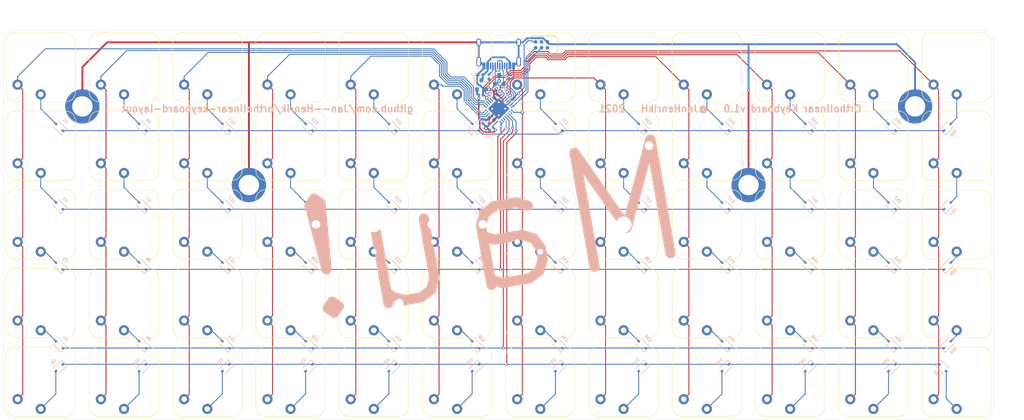
<source format=kicad_pcb>
(kicad_pcb (version 20171130) (host pcbnew 5.1.5+dfsg1-2build2)
  (layers (0 F.Cu signal) (31 B.Cu signal) (34 B.Paste user) (35 F.Paste user) (36 B.SilkS user) (37 F.SilkS user) (38 B.Mask user) (39 F.Mask user) (44 Edge.Cuts user))
  (net 0 "")
  (net 1 GND)
  (net 2 "Net-(C1-Pad1)")
  (net 3 VBUS)
  (net 4 +3V3)
  (net 5 "Net-(D1-Pad2)")
  (net 6 R1)
  (net 7 "Net-(D2-Pad2)")
  (net 8 R2)
  (net 9 "Net-(D3-Pad2)")
  (net 10 R3)
  (net 11 "Net-(D4-Pad2)")
  (net 12 R4)
  (net 13 "Net-(D5-Pad2)")
  (net 14 R5)
  (net 15 "Net-(D6-Pad2)")
  (net 16 "Net-(D7-Pad2)")
  (net 17 "Net-(D8-Pad2)")
  (net 18 "Net-(D9-Pad2)")
  (net 19 "Net-(D10-Pad2)")
  (net 20 "Net-(D11-Pad2)")
  (net 21 "Net-(D12-Pad2)")
  (net 22 "Net-(D13-Pad2)")
  (net 23 "Net-(D14-Pad2)")
  (net 24 "Net-(D15-Pad2)")
  (net 25 "Net-(D16-Pad2)")
  (net 26 "Net-(D17-Pad2)")
  (net 27 "Net-(D18-Pad2)")
  (net 28 "Net-(D19-Pad2)")
  (net 29 "Net-(D20-Pad2)")
  (net 30 "Net-(D21-Pad2)")
  (net 31 "Net-(D22-Pad2)")
  (net 32 "Net-(D23-Pad2)")
  (net 33 "Net-(D24-Pad2)")
  (net 34 "Net-(D25-Pad2)")
  (net 35 "Net-(D26-Pad2)")
  (net 36 "Net-(D27-Pad2)")
  (net 37 "Net-(D28-Pad2)")
  (net 38 "Net-(D29-Pad2)")
  (net 39 "Net-(D30-Pad2)")
  (net 40 "Net-(D31-Pad2)")
  (net 41 "Net-(D32-Pad2)")
  (net 42 "Net-(D33-Pad2)")
  (net 43 "Net-(D34-Pad2)")
  (net 44 "Net-(D35-Pad2)")
  (net 45 "Net-(D36-Pad2)")
  (net 46 "Net-(D37-Pad2)")
  (net 47 "Net-(D38-Pad2)")
  (net 48 "Net-(D39-Pad2)")
  (net 49 "Net-(D40-Pad2)")
  (net 50 "Net-(D41-Pad2)")
  (net 51 "Net-(D42-Pad2)")
  (net 52 "Net-(D43-Pad2)")
  (net 53 "Net-(D44-Pad2)")
  (net 54 "Net-(D45-Pad2)")
  (net 55 "Net-(D46-Pad2)")
  (net 56 "Net-(D47-Pad2)")
  (net 57 "Net-(D48-Pad2)")
  (net 58 "Net-(D49-Pad2)")
  (net 59 "Net-(D50-Pad2)")
  (net 60 "Net-(D51-Pad2)")
  (net 61 "Net-(D52-Pad2)")
  (net 62 "Net-(D53-Pad2)")
  (net 63 "Net-(D54-Pad2)")
  (net 64 "Net-(D55-Pad2)")
  (net 65 "Net-(D56-Pad2)")
  (net 66 "Net-(D57-Pad2)")
  (net 67 "Net-(D58-Pad2)")
  (net 68 "Net-(D59-Pad2)")
  (net 69 "Net-(D60-Pad2)")
  (net 70 "Net-(J1-PadB5)")
  (net 71 "Net-(J1-PadA8)")
  (net 72 D+)
  (net 73 D-)
  (net 74 "Net-(J1-PadA5)")
  (net 75 "Net-(J1-PadB8)")
  (net 76 C1)
  (net 77 C2)
  (net 78 C3)
  (net 79 C4)
  (net 80 C5)
  (net 81 C6)
  (net 82 C7)
  (net 83 C8)
  (net 84 C9)
  (net 85 C10)
  (net 86 C11)
  (net 87 C12)
  (net 88 "Net-(U1-Pad31)")
  (net 89 SWCLK)
  (net 90 SWDIO)
  (net 91 "Net-(U1-Pad3)")
  (net 92 "Net-(U1-Pad2)")
  (net 93 "Net-(P1-Pad6)")
  (net 94 "Net-(P1-Pad3)")
  (net 95 "Net-(U1-Pad26)")
  (net 96 "Net-(U1-Pad16)")
  (net 97 "Net-(U1-Pad15)")
  (net 98 "Net-(U1-Pad14)")
  (module otter:PG1353 (layer F.Cu) (at 166 58 180)
    (fp_text reference SW31 hide)
    (fp_text value PG1353)
    (pad "" np_thru_hole circle (at -5.5 0 180) (size 1.85 1.85) (drill 1.85) (layers *.Cu *.Mask))
    (pad "" np_thru_hole circle (at 0 0 180) (size 3.4 3.4) (drill 3.4) (layers *.Cu *.Mask))
    (pad 2 thru_hole circle (at 0 -5.9 180) (size 2.2 2.2) (drill 1.2) (layers *.Cu *.Mask) (net 40 "Net-(D31-Pad2)"))
    (pad 1 thru_hole circle (at 5 -3.8 180) (size 2.2 2.2) (drill 1.2) (layers *.Cu *.Mask) (net 82 C7))
  )
  (module otter:PG1353 (layer F.Cu) (at 148 58 180)
    (fp_text reference SW26 hide)
    (fp_text value PG1353)
    (pad "" np_thru_hole circle (at 5.5 0 180) (size 1.85 1.85) (drill 1.85) (layers *.Cu *.Mask))
    (pad "" np_thru_hole circle (at 0 0 180) (size 3.4 3.4) (drill 3.4) (layers *.Cu *.Mask))
    (pad 2 thru_hole circle (at 0 -5.9 180) (size 2.2 2.2) (drill 1.2) (layers *.Cu *.Mask) (net 35 "Net-(D26-Pad2)"))
    (pad 1 thru_hole circle (at 5 -3.8 180) (size 2.2 2.2) (drill 1.2) (layers *.Cu *.Mask) (net 81 C6))
  )
  (module otter:PG1353 (layer F.Cu) (at 256 58 180)
    (fp_text reference SW56 hide)
    (fp_text value PG1353)
    (pad "" np_thru_hole circle (at 5.5 0 180) (size 1.85 1.85) (drill 1.85) (layers *.Cu *.Mask))
    (pad "" np_thru_hole circle (at -5.5 0 180) (size 1.85 1.85) (drill 1.85) (layers *.Cu *.Mask))
    (pad "" np_thru_hole circle (at 0 0 180) (size 3.4 3.4) (drill 3.4) (layers *.Cu *.Mask))
    (pad 2 thru_hole circle (at 0 -5.9 180) (size 2.2 2.2) (drill 1.2) (layers *.Cu *.Mask) (net 65 "Net-(D56-Pad2)"))
    (pad 1 thru_hole circle (at 5 -3.8 180) (size 2.2 2.2) (drill 1.2) (layers *.Cu *.Mask) (net 87 C12))
  )
  (module otter:PG1353 (layer F.Cu) (at 256 109 180)
    (fp_text reference SW59 hide)
    (fp_text value PG1353)
    (pad "" np_thru_hole circle (at 5.5 0 180) (size 1.85 1.85) (drill 1.85) (layers *.Cu *.Mask))
    (pad "" np_thru_hole circle (at -5.5 0 180) (size 1.85 1.85) (drill 1.85) (layers *.Cu *.Mask))
    (pad "" np_thru_hole circle (at 0 0 180) (size 3.4 3.4) (drill 3.4) (layers *.Cu *.Mask))
    (pad 2 thru_hole circle (at 0 -5.9 180) (size 2.2 2.2) (drill 1.2) (layers *.Cu *.Mask) (net 68 "Net-(D59-Pad2)"))
    (pad 1 thru_hole circle (at 5 -3.8 180) (size 2.2 2.2) (drill 1.2) (layers *.Cu *.Mask) (net 87 C12))
  )
  (module otter:PG1353 (layer F.Cu) (at 256 126 180)
    (fp_text reference SW60 hide)
    (fp_text value PG1353)
    (pad "" np_thru_hole circle (at 5.5 0 180) (size 1.85 1.85) (drill 1.85) (layers *.Cu *.Mask))
    (pad "" np_thru_hole circle (at -5.5 0 180) (size 1.85 1.85) (drill 1.85) (layers *.Cu *.Mask))
    (pad "" np_thru_hole circle (at 0 0 180) (size 3.4 3.4) (drill 3.4) (layers *.Cu *.Mask))
    (pad 2 thru_hole circle (at 0 -5.9 180) (size 2.2 2.2) (drill 1.2) (layers *.Cu *.Mask) (net 69 "Net-(D60-Pad2)"))
    (pad 1 thru_hole circle (at 5 -3.8 180) (size 2.2 2.2) (drill 1.2) (layers *.Cu *.Mask) (net 87 C12))
  )
  (module otter:PG1353 (layer F.Cu) (at 256 92 180)
    (fp_text reference SW58 hide)
    (fp_text value PG1353)
    (pad "" np_thru_hole circle (at 5.5 0 180) (size 1.85 1.85) (drill 1.85) (layers *.Cu *.Mask))
    (pad "" np_thru_hole circle (at -5.5 0 180) (size 1.85 1.85) (drill 1.85) (layers *.Cu *.Mask))
    (pad "" np_thru_hole circle (at 0 0 180) (size 3.4 3.4) (drill 3.4) (layers *.Cu *.Mask))
    (pad 2 thru_hole circle (at 0 -5.9 180) (size 2.2 2.2) (drill 1.2) (layers *.Cu *.Mask) (net 67 "Net-(D58-Pad2)"))
    (pad 1 thru_hole circle (at 5 -3.8 180) (size 2.2 2.2) (drill 1.2) (layers *.Cu *.Mask) (net 87 C12))
  )
  (module otter:PG1353 (layer F.Cu) (at 256 75 180)
    (fp_text reference SW57 hide)
    (fp_text value PG1353)
    (pad "" np_thru_hole circle (at 5.5 0 180) (size 1.85 1.85) (drill 1.85) (layers *.Cu *.Mask))
    (pad "" np_thru_hole circle (at -5.5 0 180) (size 1.85 1.85) (drill 1.85) (layers *.Cu *.Mask))
    (pad "" np_thru_hole circle (at 0 0 180) (size 3.4 3.4) (drill 3.4) (layers *.Cu *.Mask))
    (pad 2 thru_hole circle (at 0 -5.9 180) (size 2.2 2.2) (drill 1.2) (layers *.Cu *.Mask) (net 66 "Net-(D57-Pad2)"))
    (pad 1 thru_hole circle (at 5 -3.8 180) (size 2.2 2.2) (drill 1.2) (layers *.Cu *.Mask) (net 87 C12))
  )
  (module otter:PG1353 (layer F.Cu) (at 238 126 180)
    (fp_text reference SW55 hide)
    (fp_text value PG1353)
    (pad "" np_thru_hole circle (at 5.5 0 180) (size 1.85 1.85) (drill 1.85) (layers *.Cu *.Mask))
    (pad "" np_thru_hole circle (at -5.5 0 180) (size 1.85 1.85) (drill 1.85) (layers *.Cu *.Mask))
    (pad "" np_thru_hole circle (at 0 0 180) (size 3.4 3.4) (drill 3.4) (layers *.Cu *.Mask))
    (pad 2 thru_hole circle (at 0 -5.9 180) (size 2.2 2.2) (drill 1.2) (layers *.Cu *.Mask) (net 64 "Net-(D55-Pad2)"))
    (pad 1 thru_hole circle (at 5 -3.8 180) (size 2.2 2.2) (drill 1.2) (layers *.Cu *.Mask) (net 86 C11))
  )
  (module otter:PG1353 (layer F.Cu) (at 238 109 180)
    (fp_text reference SW54 hide)
    (fp_text value PG1353)
    (pad "" np_thru_hole circle (at 5.5 0 180) (size 1.85 1.85) (drill 1.85) (layers *.Cu *.Mask))
    (pad "" np_thru_hole circle (at -5.5 0 180) (size 1.85 1.85) (drill 1.85) (layers *.Cu *.Mask))
    (pad "" np_thru_hole circle (at 0 0 180) (size 3.4 3.4) (drill 3.4) (layers *.Cu *.Mask))
    (pad 2 thru_hole circle (at 0 -5.9 180) (size 2.2 2.2) (drill 1.2) (layers *.Cu *.Mask) (net 63 "Net-(D54-Pad2)"))
    (pad 1 thru_hole circle (at 5 -3.8 180) (size 2.2 2.2) (drill 1.2) (layers *.Cu *.Mask) (net 86 C11))
  )
  (module otter:PG1353 (layer F.Cu) (at 238 92 180)
    (fp_text reference SW53 hide)
    (fp_text value PG1353)
    (pad "" np_thru_hole circle (at 5.5 0 180) (size 1.85 1.85) (drill 1.85) (layers *.Cu *.Mask))
    (pad "" np_thru_hole circle (at -5.5 0 180) (size 1.85 1.85) (drill 1.85) (layers *.Cu *.Mask))
    (pad "" np_thru_hole circle (at 0 0 180) (size 3.4 3.4) (drill 3.4) (layers *.Cu *.Mask))
    (pad 2 thru_hole circle (at 0 -5.9 180) (size 2.2 2.2) (drill 1.2) (layers *.Cu *.Mask) (net 62 "Net-(D53-Pad2)"))
    (pad 1 thru_hole circle (at 5 -3.8 180) (size 2.2 2.2) (drill 1.2) (layers *.Cu *.Mask) (net 86 C11))
  )
  (module otter:PG1353 (layer F.Cu) (at 238 75 180)
    (fp_text reference SW52 hide)
    (fp_text value PG1353)
    (pad "" np_thru_hole circle (at 5.5 0 180) (size 1.85 1.85) (drill 1.85) (layers *.Cu *.Mask))
    (pad "" np_thru_hole circle (at -5.5 0 180) (size 1.85 1.85) (drill 1.85) (layers *.Cu *.Mask))
    (pad "" np_thru_hole circle (at 0 0 180) (size 3.4 3.4) (drill 3.4) (layers *.Cu *.Mask))
    (pad 2 thru_hole circle (at 0 -5.9 180) (size 2.2 2.2) (drill 1.2) (layers *.Cu *.Mask) (net 61 "Net-(D52-Pad2)"))
    (pad 1 thru_hole circle (at 5 -3.8 180) (size 2.2 2.2) (drill 1.2) (layers *.Cu *.Mask) (net 86 C11))
  )
  (module otter:PG1353 (layer F.Cu) (at 238 58 180)
    (fp_text reference SW51 hide)
    (fp_text value PG1353)
    (pad "" np_thru_hole circle (at 5.5 0 180) (size 1.85 1.85) (drill 1.85) (layers *.Cu *.Mask))
    (pad "" np_thru_hole circle (at -5.5 0 180) (size 1.85 1.85) (drill 1.85) (layers *.Cu *.Mask))
    (pad "" np_thru_hole circle (at 0 0 180) (size 3.4 3.4) (drill 3.4) (layers *.Cu *.Mask))
    (pad 2 thru_hole circle (at 0 -5.9 180) (size 2.2 2.2) (drill 1.2) (layers *.Cu *.Mask) (net 60 "Net-(D51-Pad2)"))
    (pad 1 thru_hole circle (at 5 -3.8 180) (size 2.2 2.2) (drill 1.2) (layers *.Cu *.Mask) (net 86 C11))
  )
  (module otter:PG1353 (layer F.Cu) (at 220 126 180)
    (fp_text reference SW50 hide)
    (fp_text value PG1353)
    (pad "" np_thru_hole circle (at 5.5 0 180) (size 1.85 1.85) (drill 1.85) (layers *.Cu *.Mask))
    (pad "" np_thru_hole circle (at -5.5 0 180) (size 1.85 1.85) (drill 1.85) (layers *.Cu *.Mask))
    (pad "" np_thru_hole circle (at 0 0 180) (size 3.4 3.4) (drill 3.4) (layers *.Cu *.Mask))
    (pad 2 thru_hole circle (at 0 -5.9 180) (size 2.2 2.2) (drill 1.2) (layers *.Cu *.Mask) (net 59 "Net-(D50-Pad2)"))
    (pad 1 thru_hole circle (at 5 -3.8 180) (size 2.2 2.2) (drill 1.2) (layers *.Cu *.Mask) (net 85 C10))
  )
  (module otter:PG1353 (layer F.Cu) (at 220 109 180)
    (fp_text reference SW49 hide)
    (fp_text value PG1353)
    (pad "" np_thru_hole circle (at 5.5 0 180) (size 1.85 1.85) (drill 1.85) (layers *.Cu *.Mask))
    (pad "" np_thru_hole circle (at -5.5 0 180) (size 1.85 1.85) (drill 1.85) (layers *.Cu *.Mask))
    (pad "" np_thru_hole circle (at 0 0 180) (size 3.4 3.4) (drill 3.4) (layers *.Cu *.Mask))
    (pad 2 thru_hole circle (at 0 -5.9 180) (size 2.2 2.2) (drill 1.2) (layers *.Cu *.Mask) (net 58 "Net-(D49-Pad2)"))
    (pad 1 thru_hole circle (at 5 -3.8 180) (size 2.2 2.2) (drill 1.2) (layers *.Cu *.Mask) (net 85 C10))
  )
  (module otter:PG1353 (layer F.Cu) (at 220 92 180)
    (fp_text reference SW48 hide)
    (fp_text value PG1353)
    (pad "" np_thru_hole circle (at 5.5 0 180) (size 1.85 1.85) (drill 1.85) (layers *.Cu *.Mask))
    (pad "" np_thru_hole circle (at -5.5 0 180) (size 1.85 1.85) (drill 1.85) (layers *.Cu *.Mask))
    (pad "" np_thru_hole circle (at 0 0 180) (size 3.4 3.4) (drill 3.4) (layers *.Cu *.Mask))
    (pad 2 thru_hole circle (at 0 -5.9 180) (size 2.2 2.2) (drill 1.2) (layers *.Cu *.Mask) (net 57 "Net-(D48-Pad2)"))
    (pad 1 thru_hole circle (at 5 -3.8 180) (size 2.2 2.2) (drill 1.2) (layers *.Cu *.Mask) (net 85 C10))
  )
  (module otter:PG1353 (layer F.Cu) (at 220 75 180)
    (fp_text reference SW47 hide)
    (fp_text value PG1353)
    (pad "" np_thru_hole circle (at 5.5 0 180) (size 1.85 1.85) (drill 1.85) (layers *.Cu *.Mask))
    (pad "" np_thru_hole circle (at -5.5 0 180) (size 1.85 1.85) (drill 1.85) (layers *.Cu *.Mask))
    (pad "" np_thru_hole circle (at 0 0 180) (size 3.4 3.4) (drill 3.4) (layers *.Cu *.Mask))
    (pad 2 thru_hole circle (at 0 -5.9 180) (size 2.2 2.2) (drill 1.2) (layers *.Cu *.Mask) (net 56 "Net-(D47-Pad2)"))
    (pad 1 thru_hole circle (at 5 -3.8 180) (size 2.2 2.2) (drill 1.2) (layers *.Cu *.Mask) (net 85 C10))
  )
  (module otter:PG1353 (layer F.Cu) (at 220 58 180)
    (fp_text reference SW46 hide)
    (fp_text value PG1353)
    (pad "" np_thru_hole circle (at 5.5 0 180) (size 1.85 1.85) (drill 1.85) (layers *.Cu *.Mask))
    (pad "" np_thru_hole circle (at -5.5 0 180) (size 1.85 1.85) (drill 1.85) (layers *.Cu *.Mask))
    (pad "" np_thru_hole circle (at 0 0 180) (size 3.4 3.4) (drill 3.4) (layers *.Cu *.Mask))
    (pad 2 thru_hole circle (at 0 -5.9 180) (size 2.2 2.2) (drill 1.2) (layers *.Cu *.Mask) (net 55 "Net-(D46-Pad2)"))
    (pad 1 thru_hole circle (at 5 -3.8 180) (size 2.2 2.2) (drill 1.2) (layers *.Cu *.Mask) (net 85 C10))
  )
  (module otter:PG1353 (layer F.Cu) (at 202 126 180)
    (fp_text reference SW45 hide)
    (fp_text value PG1353)
    (pad "" np_thru_hole circle (at 5.5 0 180) (size 1.85 1.85) (drill 1.85) (layers *.Cu *.Mask))
    (pad "" np_thru_hole circle (at -5.5 0 180) (size 1.85 1.85) (drill 1.85) (layers *.Cu *.Mask))
    (pad "" np_thru_hole circle (at 0 0 180) (size 3.4 3.4) (drill 3.4) (layers *.Cu *.Mask))
    (pad 2 thru_hole circle (at 0 -5.9 180) (size 2.2 2.2) (drill 1.2) (layers *.Cu *.Mask) (net 54 "Net-(D45-Pad2)"))
    (pad 1 thru_hole circle (at 5 -3.8 180) (size 2.2 2.2) (drill 1.2) (layers *.Cu *.Mask) (net 84 C9))
  )
  (module otter:PG1353 (layer F.Cu) (at 202 109 180)
    (fp_text reference SW44 hide)
    (fp_text value PG1353)
    (pad "" np_thru_hole circle (at 5.5 0 180) (size 1.85 1.85) (drill 1.85) (layers *.Cu *.Mask))
    (pad "" np_thru_hole circle (at -5.5 0 180) (size 1.85 1.85) (drill 1.85) (layers *.Cu *.Mask))
    (pad "" np_thru_hole circle (at 0 0 180) (size 3.4 3.4) (drill 3.4) (layers *.Cu *.Mask))
    (pad 2 thru_hole circle (at 0 -5.9 180) (size 2.2 2.2) (drill 1.2) (layers *.Cu *.Mask) (net 53 "Net-(D44-Pad2)"))
    (pad 1 thru_hole circle (at 5 -3.8 180) (size 2.2 2.2) (drill 1.2) (layers *.Cu *.Mask) (net 84 C9))
  )
  (module otter:PG1353 (layer F.Cu) (at 202 92 180)
    (fp_text reference SW43 hide)
    (fp_text value PG1353)
    (pad "" np_thru_hole circle (at 5.5 0 180) (size 1.85 1.85) (drill 1.85) (layers *.Cu *.Mask))
    (pad "" np_thru_hole circle (at -5.5 0 180) (size 1.85 1.85) (drill 1.85) (layers *.Cu *.Mask))
    (pad "" np_thru_hole circle (at 0 0 180) (size 3.4 3.4) (drill 3.4) (layers *.Cu *.Mask))
    (pad 2 thru_hole circle (at 0 -5.9 180) (size 2.2 2.2) (drill 1.2) (layers *.Cu *.Mask) (net 52 "Net-(D43-Pad2)"))
    (pad 1 thru_hole circle (at 5 -3.8 180) (size 2.2 2.2) (drill 1.2) (layers *.Cu *.Mask) (net 84 C9))
  )
  (module otter:PG1353 (layer F.Cu) (at 202 75 180)
    (fp_text reference SW42 hide)
    (fp_text value PG1353)
    (pad "" np_thru_hole circle (at 5.5 0 180) (size 1.85 1.85) (drill 1.85) (layers *.Cu *.Mask))
    (pad "" np_thru_hole circle (at -5.5 0 180) (size 1.85 1.85) (drill 1.85) (layers *.Cu *.Mask))
    (pad "" np_thru_hole circle (at 0 0 180) (size 3.4 3.4) (drill 3.4) (layers *.Cu *.Mask))
    (pad 2 thru_hole circle (at 0 -5.9 180) (size 2.2 2.2) (drill 1.2) (layers *.Cu *.Mask) (net 51 "Net-(D42-Pad2)"))
    (pad 1 thru_hole circle (at 5 -3.8 180) (size 2.2 2.2) (drill 1.2) (layers *.Cu *.Mask) (net 84 C9))
  )
  (module otter:PG1353 (layer F.Cu) (at 202 58 180)
    (fp_text reference SW41 hide)
    (fp_text value PG1353)
    (pad "" np_thru_hole circle (at 5.5 0 180) (size 1.85 1.85) (drill 1.85) (layers *.Cu *.Mask))
    (pad "" np_thru_hole circle (at -5.5 0 180) (size 1.85 1.85) (drill 1.85) (layers *.Cu *.Mask))
    (pad "" np_thru_hole circle (at 0 0 180) (size 3.4 3.4) (drill 3.4) (layers *.Cu *.Mask))
    (pad 2 thru_hole circle (at 0 -5.9 180) (size 2.2 2.2) (drill 1.2) (layers *.Cu *.Mask) (net 50 "Net-(D41-Pad2)"))
    (pad 1 thru_hole circle (at 5 -3.8 180) (size 2.2 2.2) (drill 1.2) (layers *.Cu *.Mask) (net 84 C9))
  )
  (module otter:PG1353 (layer F.Cu) (at 184 126 180)
    (fp_text reference SW40 hide)
    (fp_text value PG1353)
    (pad "" np_thru_hole circle (at 5.5 0 180) (size 1.85 1.85) (drill 1.85) (layers *.Cu *.Mask))
    (pad "" np_thru_hole circle (at -5.5 0 180) (size 1.85 1.85) (drill 1.85) (layers *.Cu *.Mask))
    (pad "" np_thru_hole circle (at 0 0 180) (size 3.4 3.4) (drill 3.4) (layers *.Cu *.Mask))
    (pad 2 thru_hole circle (at 0 -5.9 180) (size 2.2 2.2) (drill 1.2) (layers *.Cu *.Mask) (net 49 "Net-(D40-Pad2)"))
    (pad 1 thru_hole circle (at 5 -3.8 180) (size 2.2 2.2) (drill 1.2) (layers *.Cu *.Mask) (net 83 C8))
  )
  (module otter:PG1353 (layer F.Cu) (at 184 109 180)
    (fp_text reference SW39 hide)
    (fp_text value PG1353)
    (pad "" np_thru_hole circle (at 5.5 0 180) (size 1.85 1.85) (drill 1.85) (layers *.Cu *.Mask))
    (pad "" np_thru_hole circle (at -5.5 0 180) (size 1.85 1.85) (drill 1.85) (layers *.Cu *.Mask))
    (pad "" np_thru_hole circle (at 0 0 180) (size 3.4 3.4) (drill 3.4) (layers *.Cu *.Mask))
    (pad 2 thru_hole circle (at 0 -5.9 180) (size 2.2 2.2) (drill 1.2) (layers *.Cu *.Mask) (net 48 "Net-(D39-Pad2)"))
    (pad 1 thru_hole circle (at 5 -3.8 180) (size 2.2 2.2) (drill 1.2) (layers *.Cu *.Mask) (net 83 C8))
  )
  (module otter:PG1353 (layer F.Cu) (at 184 92 180)
    (fp_text reference SW38 hide)
    (fp_text value PG1353)
    (pad "" np_thru_hole circle (at 5.5 0 180) (size 1.85 1.85) (drill 1.85) (layers *.Cu *.Mask))
    (pad "" np_thru_hole circle (at -5.5 0 180) (size 1.85 1.85) (drill 1.85) (layers *.Cu *.Mask))
    (pad "" np_thru_hole circle (at 0 0 180) (size 3.4 3.4) (drill 3.4) (layers *.Cu *.Mask))
    (pad 2 thru_hole circle (at 0 -5.9 180) (size 2.2 2.2) (drill 1.2) (layers *.Cu *.Mask) (net 47 "Net-(D38-Pad2)"))
    (pad 1 thru_hole circle (at 5 -3.8 180) (size 2.2 2.2) (drill 1.2) (layers *.Cu *.Mask) (net 83 C8))
  )
  (module otter:PG1353 (layer F.Cu) (at 184 75 180)
    (fp_text reference SW37 hide)
    (fp_text value PG1353)
    (pad "" np_thru_hole circle (at 5.5 0 180) (size 1.85 1.85) (drill 1.85) (layers *.Cu *.Mask))
    (pad "" np_thru_hole circle (at -5.5 0 180) (size 1.85 1.85) (drill 1.85) (layers *.Cu *.Mask))
    (pad "" np_thru_hole circle (at 0 0 180) (size 3.4 3.4) (drill 3.4) (layers *.Cu *.Mask))
    (pad 2 thru_hole circle (at 0 -5.9 180) (size 2.2 2.2) (drill 1.2) (layers *.Cu *.Mask) (net 46 "Net-(D37-Pad2)"))
    (pad 1 thru_hole circle (at 5 -3.8 180) (size 2.2 2.2) (drill 1.2) (layers *.Cu *.Mask) (net 83 C8))
  )
  (module otter:PG1353 (layer F.Cu) (at 184 58 180)
    (fp_text reference SW36 hide)
    (fp_text value PG1353)
    (pad "" np_thru_hole circle (at 5.5 0 180) (size 1.85 1.85) (drill 1.85) (layers *.Cu *.Mask))
    (pad "" np_thru_hole circle (at -5.5 0 180) (size 1.85 1.85) (drill 1.85) (layers *.Cu *.Mask))
    (pad "" np_thru_hole circle (at 0 0 180) (size 3.4 3.4) (drill 3.4) (layers *.Cu *.Mask))
    (pad 2 thru_hole circle (at 0 -5.9 180) (size 2.2 2.2) (drill 1.2) (layers *.Cu *.Mask) (net 45 "Net-(D36-Pad2)"))
    (pad 1 thru_hole circle (at 5 -3.8 180) (size 2.2 2.2) (drill 1.2) (layers *.Cu *.Mask) (net 83 C8))
  )
  (module otter:PG1353 (layer F.Cu) (at 166 126 180)
    (fp_text reference SW35 hide)
    (fp_text value PG1353)
    (pad "" np_thru_hole circle (at 5.5 0 180) (size 1.85 1.85) (drill 1.85) (layers *.Cu *.Mask))
    (pad "" np_thru_hole circle (at -5.5 0 180) (size 1.85 1.85) (drill 1.85) (layers *.Cu *.Mask))
    (pad "" np_thru_hole circle (at 0 0 180) (size 3.4 3.4) (drill 3.4) (layers *.Cu *.Mask))
    (pad 2 thru_hole circle (at 0 -5.9 180) (size 2.2 2.2) (drill 1.2) (layers *.Cu *.Mask) (net 44 "Net-(D35-Pad2)"))
    (pad 1 thru_hole circle (at 5 -3.8 180) (size 2.2 2.2) (drill 1.2) (layers *.Cu *.Mask) (net 82 C7))
  )
  (module otter:PG1353 (layer F.Cu) (at 166 109 180)
    (fp_text reference SW34 hide)
    (fp_text value PG1353)
    (pad "" np_thru_hole circle (at 5.5 0 180) (size 1.85 1.85) (drill 1.85) (layers *.Cu *.Mask))
    (pad "" np_thru_hole circle (at -5.5 0 180) (size 1.85 1.85) (drill 1.85) (layers *.Cu *.Mask))
    (pad "" np_thru_hole circle (at 0 0 180) (size 3.4 3.4) (drill 3.4) (layers *.Cu *.Mask))
    (pad 2 thru_hole circle (at 0 -5.9 180) (size 2.2 2.2) (drill 1.2) (layers *.Cu *.Mask) (net 43 "Net-(D34-Pad2)"))
    (pad 1 thru_hole circle (at 5 -3.8 180) (size 2.2 2.2) (drill 1.2) (layers *.Cu *.Mask) (net 82 C7))
  )
  (module otter:PG1353 (layer F.Cu) (at 166 92 180)
    (fp_text reference SW33 hide)
    (fp_text value PG1353)
    (pad "" np_thru_hole circle (at 5.5 0 180) (size 1.85 1.85) (drill 1.85) (layers *.Cu *.Mask))
    (pad "" np_thru_hole circle (at -5.5 0 180) (size 1.85 1.85) (drill 1.85) (layers *.Cu *.Mask))
    (pad "" np_thru_hole circle (at 0 0 180) (size 3.4 3.4) (drill 3.4) (layers *.Cu *.Mask))
    (pad 2 thru_hole circle (at 0 -5.9 180) (size 2.2 2.2) (drill 1.2) (layers *.Cu *.Mask) (net 42 "Net-(D33-Pad2)"))
    (pad 1 thru_hole circle (at 5 -3.8 180) (size 2.2 2.2) (drill 1.2) (layers *.Cu *.Mask) (net 82 C7))
  )
  (module otter:PG1353 (layer F.Cu) (at 166 75 180)
    (fp_text reference SW32 hide)
    (fp_text value PG1353)
    (pad "" np_thru_hole circle (at 5.5 0 180) (size 1.85 1.85) (drill 1.85) (layers *.Cu *.Mask))
    (pad "" np_thru_hole circle (at -5.5 0 180) (size 1.85 1.85) (drill 1.85) (layers *.Cu *.Mask))
    (pad "" np_thru_hole circle (at 0 0 180) (size 3.4 3.4) (drill 3.4) (layers *.Cu *.Mask))
    (pad 2 thru_hole circle (at 0 -5.9 180) (size 2.2 2.2) (drill 1.2) (layers *.Cu *.Mask) (net 41 "Net-(D32-Pad2)"))
    (pad 1 thru_hole circle (at 5 -3.8 180) (size 2.2 2.2) (drill 1.2) (layers *.Cu *.Mask) (net 82 C7))
  )
  (module otter:PG1353 (layer F.Cu) (at 148 126 180)
    (fp_text reference SW30 hide)
    (fp_text value PG1353)
    (pad "" np_thru_hole circle (at 5.5 0 180) (size 1.85 1.85) (drill 1.85) (layers *.Cu *.Mask))
    (pad "" np_thru_hole circle (at -5.5 0 180) (size 1.85 1.85) (drill 1.85) (layers *.Cu *.Mask))
    (pad "" np_thru_hole circle (at 0 0 180) (size 3.4 3.4) (drill 3.4) (layers *.Cu *.Mask))
    (pad 2 thru_hole circle (at 0 -5.9 180) (size 2.2 2.2) (drill 1.2) (layers *.Cu *.Mask) (net 39 "Net-(D30-Pad2)"))
    (pad 1 thru_hole circle (at 5 -3.8 180) (size 2.2 2.2) (drill 1.2) (layers *.Cu *.Mask) (net 81 C6))
  )
  (module otter:PG1353 (layer F.Cu) (at 148 109 180)
    (fp_text reference SW29 hide)
    (fp_text value PG1353)
    (pad "" np_thru_hole circle (at 5.5 0 180) (size 1.85 1.85) (drill 1.85) (layers *.Cu *.Mask))
    (pad "" np_thru_hole circle (at -5.5 0 180) (size 1.85 1.85) (drill 1.85) (layers *.Cu *.Mask))
    (pad "" np_thru_hole circle (at 0 0 180) (size 3.4 3.4) (drill 3.4) (layers *.Cu *.Mask))
    (pad 2 thru_hole circle (at 0 -5.9 180) (size 2.2 2.2) (drill 1.2) (layers *.Cu *.Mask) (net 38 "Net-(D29-Pad2)"))
    (pad 1 thru_hole circle (at 5 -3.8 180) (size 2.2 2.2) (drill 1.2) (layers *.Cu *.Mask) (net 81 C6))
  )
  (module otter:PG1353 (layer F.Cu) (at 148 92 180)
    (fp_text reference SW28 hide)
    (fp_text value PG1353)
    (pad "" np_thru_hole circle (at 5.5 0 180) (size 1.85 1.85) (drill 1.85) (layers *.Cu *.Mask))
    (pad "" np_thru_hole circle (at -5.5 0 180) (size 1.85 1.85) (drill 1.85) (layers *.Cu *.Mask))
    (pad "" np_thru_hole circle (at 0 0 180) (size 3.4 3.4) (drill 3.4) (layers *.Cu *.Mask))
    (pad 2 thru_hole circle (at 0 -5.9 180) (size 2.2 2.2) (drill 1.2) (layers *.Cu *.Mask) (net 37 "Net-(D28-Pad2)"))
    (pad 1 thru_hole circle (at 5 -3.8 180) (size 2.2 2.2) (drill 1.2) (layers *.Cu *.Mask) (net 81 C6))
  )
  (module otter:PG1353 (layer F.Cu) (at 148 75 180)
    (fp_text reference SW27 hide)
    (fp_text value PG1353)
    (pad "" np_thru_hole circle (at 5.5 0 180) (size 1.85 1.85) (drill 1.85) (layers *.Cu *.Mask))
    (pad "" np_thru_hole circle (at -5.5 0 180) (size 1.85 1.85) (drill 1.85) (layers *.Cu *.Mask))
    (pad "" np_thru_hole circle (at 0 0 180) (size 3.4 3.4) (drill 3.4) (layers *.Cu *.Mask))
    (pad 2 thru_hole circle (at 0 -5.9 180) (size 2.2 2.2) (drill 1.2) (layers *.Cu *.Mask) (net 36 "Net-(D27-Pad2)"))
    (pad 1 thru_hole circle (at 5 -3.8 180) (size 2.2 2.2) (drill 1.2) (layers *.Cu *.Mask) (net 81 C6))
  )
  (module otter:PG1353 (layer F.Cu) (at 130 126 180)
    (fp_text reference SW25 hide)
    (fp_text value PG1353)
    (pad "" np_thru_hole circle (at 5.5 0 180) (size 1.85 1.85) (drill 1.85) (layers *.Cu *.Mask))
    (pad "" np_thru_hole circle (at -5.5 0 180) (size 1.85 1.85) (drill 1.85) (layers *.Cu *.Mask))
    (pad "" np_thru_hole circle (at 0 0 180) (size 3.4 3.4) (drill 3.4) (layers *.Cu *.Mask))
    (pad 2 thru_hole circle (at 0 -5.9 180) (size 2.2 2.2) (drill 1.2) (layers *.Cu *.Mask) (net 34 "Net-(D25-Pad2)"))
    (pad 1 thru_hole circle (at 5 -3.8 180) (size 2.2 2.2) (drill 1.2) (layers *.Cu *.Mask) (net 80 C5))
  )
  (module otter:PG1353 (layer F.Cu) (at 130 109 180)
    (fp_text reference SW24 hide)
    (fp_text value PG1353)
    (pad "" np_thru_hole circle (at 5.5 0 180) (size 1.85 1.85) (drill 1.85) (layers *.Cu *.Mask))
    (pad "" np_thru_hole circle (at -5.5 0 180) (size 1.85 1.85) (drill 1.85) (layers *.Cu *.Mask))
    (pad "" np_thru_hole circle (at 0 0 180) (size 3.4 3.4) (drill 3.4) (layers *.Cu *.Mask))
    (pad 2 thru_hole circle (at 0 -5.9 180) (size 2.2 2.2) (drill 1.2) (layers *.Cu *.Mask) (net 33 "Net-(D24-Pad2)"))
    (pad 1 thru_hole circle (at 5 -3.8 180) (size 2.2 2.2) (drill 1.2) (layers *.Cu *.Mask) (net 80 C5))
  )
  (module otter:PG1353 (layer F.Cu) (at 130 92 180)
    (fp_text reference SW23 hide)
    (fp_text value PG1353)
    (pad "" np_thru_hole circle (at 5.5 0 180) (size 1.85 1.85) (drill 1.85) (layers *.Cu *.Mask))
    (pad "" np_thru_hole circle (at -5.5 0 180) (size 1.85 1.85) (drill 1.85) (layers *.Cu *.Mask))
    (pad "" np_thru_hole circle (at 0 0 180) (size 3.4 3.4) (drill 3.4) (layers *.Cu *.Mask))
    (pad 2 thru_hole circle (at 0 -5.9 180) (size 2.2 2.2) (drill 1.2) (layers *.Cu *.Mask) (net 32 "Net-(D23-Pad2)"))
    (pad 1 thru_hole circle (at 5 -3.8 180) (size 2.2 2.2) (drill 1.2) (layers *.Cu *.Mask) (net 80 C5))
  )
  (module otter:PG1353 (layer F.Cu) (at 130 75 180)
    (fp_text reference SW22 hide)
    (fp_text value PG1353)
    (pad "" np_thru_hole circle (at 5.5 0 180) (size 1.85 1.85) (drill 1.85) (layers *.Cu *.Mask))
    (pad "" np_thru_hole circle (at -5.5 0 180) (size 1.85 1.85) (drill 1.85) (layers *.Cu *.Mask))
    (pad "" np_thru_hole circle (at 0 0 180) (size 3.4 3.4) (drill 3.4) (layers *.Cu *.Mask))
    (pad 2 thru_hole circle (at 0 -5.9 180) (size 2.2 2.2) (drill 1.2) (layers *.Cu *.Mask) (net 31 "Net-(D22-Pad2)"))
    (pad 1 thru_hole circle (at 5 -3.8 180) (size 2.2 2.2) (drill 1.2) (layers *.Cu *.Mask) (net 80 C5))
  )
  (module otter:PG1353 (layer F.Cu) (at 130 58 180)
    (fp_text reference SW21 hide)
    (fp_text value PG1353)
    (pad "" np_thru_hole circle (at 5.5 0 180) (size 1.85 1.85) (drill 1.85) (layers *.Cu *.Mask))
    (pad "" np_thru_hole circle (at -5.5 0 180) (size 1.85 1.85) (drill 1.85) (layers *.Cu *.Mask))
    (pad "" np_thru_hole circle (at 0 0 180) (size 3.4 3.4) (drill 3.4) (layers *.Cu *.Mask))
    (pad 2 thru_hole circle (at 0 -5.9 180) (size 2.2 2.2) (drill 1.2) (layers *.Cu *.Mask) (net 30 "Net-(D21-Pad2)"))
    (pad 1 thru_hole circle (at 5 -3.8 180) (size 2.2 2.2) (drill 1.2) (layers *.Cu *.Mask) (net 80 C5))
  )
  (module otter:PG1353 (layer F.Cu) (at 112 126 180)
    (fp_text reference SW20 hide)
    (fp_text value PG1353)
    (pad "" np_thru_hole circle (at 5.5 0 180) (size 1.85 1.85) (drill 1.85) (layers *.Cu *.Mask))
    (pad "" np_thru_hole circle (at -5.5 0 180) (size 1.85 1.85) (drill 1.85) (layers *.Cu *.Mask))
    (pad "" np_thru_hole circle (at 0 0 180) (size 3.4 3.4) (drill 3.4) (layers *.Cu *.Mask))
    (pad 2 thru_hole circle (at 0 -5.9 180) (size 2.2 2.2) (drill 1.2) (layers *.Cu *.Mask) (net 29 "Net-(D20-Pad2)"))
    (pad 1 thru_hole circle (at 5 -3.8 180) (size 2.2 2.2) (drill 1.2) (layers *.Cu *.Mask) (net 79 C4))
  )
  (module otter:PG1353 (layer F.Cu) (at 112 109 180)
    (fp_text reference SW19 hide)
    (fp_text value PG1353)
    (pad "" np_thru_hole circle (at 5.5 0 180) (size 1.85 1.85) (drill 1.85) (layers *.Cu *.Mask))
    (pad "" np_thru_hole circle (at -5.5 0 180) (size 1.85 1.85) (drill 1.85) (layers *.Cu *.Mask))
    (pad "" np_thru_hole circle (at 0 0 180) (size 3.4 3.4) (drill 3.4) (layers *.Cu *.Mask))
    (pad 2 thru_hole circle (at 0 -5.9 180) (size 2.2 2.2) (drill 1.2) (layers *.Cu *.Mask) (net 28 "Net-(D19-Pad2)"))
    (pad 1 thru_hole circle (at 5 -3.8 180) (size 2.2 2.2) (drill 1.2) (layers *.Cu *.Mask) (net 79 C4))
  )
  (module otter:PG1353 (layer F.Cu) (at 112 92 180)
    (fp_text reference SW18 hide)
    (fp_text value PG1353)
    (pad "" np_thru_hole circle (at 5.5 0 180) (size 1.85 1.85) (drill 1.85) (layers *.Cu *.Mask))
    (pad "" np_thru_hole circle (at -5.5 0 180) (size 1.85 1.85) (drill 1.85) (layers *.Cu *.Mask))
    (pad "" np_thru_hole circle (at 0 0 180) (size 3.4 3.4) (drill 3.4) (layers *.Cu *.Mask))
    (pad 2 thru_hole circle (at 0 -5.9 180) (size 2.2 2.2) (drill 1.2) (layers *.Cu *.Mask) (net 27 "Net-(D18-Pad2)"))
    (pad 1 thru_hole circle (at 5 -3.8 180) (size 2.2 2.2) (drill 1.2) (layers *.Cu *.Mask) (net 79 C4))
  )
  (module otter:PG1353 (layer F.Cu) (at 112 75 180)
    (fp_text reference SW17 hide)
    (fp_text value PG1353)
    (pad "" np_thru_hole circle (at 5.5 0 180) (size 1.85 1.85) (drill 1.85) (layers *.Cu *.Mask))
    (pad "" np_thru_hole circle (at -5.5 0 180) (size 1.85 1.85) (drill 1.85) (layers *.Cu *.Mask))
    (pad "" np_thru_hole circle (at 0 0 180) (size 3.4 3.4) (drill 3.4) (layers *.Cu *.Mask))
    (pad 2 thru_hole circle (at 0 -5.9 180) (size 2.2 2.2) (drill 1.2) (layers *.Cu *.Mask) (net 26 "Net-(D17-Pad2)"))
    (pad 1 thru_hole circle (at 5 -3.8 180) (size 2.2 2.2) (drill 1.2) (layers *.Cu *.Mask) (net 79 C4))
  )
  (module otter:PG1353 (layer F.Cu) (at 112 58 180)
    (fp_text reference SW16 hide)
    (fp_text value PG1353)
    (pad "" np_thru_hole circle (at 5.5 0 180) (size 1.85 1.85) (drill 1.85) (layers *.Cu *.Mask))
    (pad "" np_thru_hole circle (at -5.5 0 180) (size 1.85 1.85) (drill 1.85) (layers *.Cu *.Mask))
    (pad "" np_thru_hole circle (at 0 0 180) (size 3.4 3.4) (drill 3.4) (layers *.Cu *.Mask))
    (pad 2 thru_hole circle (at 0 -5.9 180) (size 2.2 2.2) (drill 1.2) (layers *.Cu *.Mask) (net 25 "Net-(D16-Pad2)"))
    (pad 1 thru_hole circle (at 5 -3.8 180) (size 2.2 2.2) (drill 1.2) (layers *.Cu *.Mask) (net 79 C4))
  )
  (module otter:PG1353 (layer F.Cu) (at 94 126 180)
    (fp_text reference SW15 hide)
    (fp_text value PG1353)
    (pad "" np_thru_hole circle (at 5.5 0 180) (size 1.85 1.85) (drill 1.85) (layers *.Cu *.Mask))
    (pad "" np_thru_hole circle (at -5.5 0 180) (size 1.85 1.85) (drill 1.85) (layers *.Cu *.Mask))
    (pad "" np_thru_hole circle (at 0 0 180) (size 3.4 3.4) (drill 3.4) (layers *.Cu *.Mask))
    (pad 2 thru_hole circle (at 0 -5.9 180) (size 2.2 2.2) (drill 1.2) (layers *.Cu *.Mask) (net 24 "Net-(D15-Pad2)"))
    (pad 1 thru_hole circle (at 5 -3.8 180) (size 2.2 2.2) (drill 1.2) (layers *.Cu *.Mask) (net 78 C3))
  )
  (module otter:PG1353 (layer F.Cu) (at 94 109 180)
    (fp_text reference SW14 hide)
    (fp_text value PG1353)
    (pad "" np_thru_hole circle (at 5.5 0 180) (size 1.85 1.85) (drill 1.85) (layers *.Cu *.Mask))
    (pad "" np_thru_hole circle (at -5.5 0 180) (size 1.85 1.85) (drill 1.85) (layers *.Cu *.Mask))
    (pad "" np_thru_hole circle (at 0 0 180) (size 3.4 3.4) (drill 3.4) (layers *.Cu *.Mask))
    (pad 2 thru_hole circle (at 0 -5.9 180) (size 2.2 2.2) (drill 1.2) (layers *.Cu *.Mask) (net 23 "Net-(D14-Pad2)"))
    (pad 1 thru_hole circle (at 5 -3.8 180) (size 2.2 2.2) (drill 1.2) (layers *.Cu *.Mask) (net 78 C3))
  )
  (module otter:PG1353 (layer F.Cu) (at 94 92 180)
    (fp_text reference SW13 hide)
    (fp_text value PG1353)
    (pad "" np_thru_hole circle (at 5.5 0 180) (size 1.85 1.85) (drill 1.85) (layers *.Cu *.Mask))
    (pad "" np_thru_hole circle (at -5.5 0 180) (size 1.85 1.85) (drill 1.85) (layers *.Cu *.Mask))
    (pad "" np_thru_hole circle (at 0 0 180) (size 3.4 3.4) (drill 3.4) (layers *.Cu *.Mask))
    (pad 2 thru_hole circle (at 0 -5.9 180) (size 2.2 2.2) (drill 1.2) (layers *.Cu *.Mask) (net 22 "Net-(D13-Pad2)"))
    (pad 1 thru_hole circle (at 5 -3.8 180) (size 2.2 2.2) (drill 1.2) (layers *.Cu *.Mask) (net 78 C3))
  )
  (module otter:PG1353 (layer F.Cu) (at 94 75 180)
    (fp_text reference SW12 hide)
    (fp_text value PG1353)
    (pad "" np_thru_hole circle (at 5.5 0 180) (size 1.85 1.85) (drill 1.85) (layers *.Cu *.Mask))
    (pad "" np_thru_hole circle (at -5.5 0 180) (size 1.85 1.85) (drill 1.85) (layers *.Cu *.Mask))
    (pad "" np_thru_hole circle (at 0 0 180) (size 3.4 3.4) (drill 3.4) (layers *.Cu *.Mask))
    (pad 2 thru_hole circle (at 0 -5.9 180) (size 2.2 2.2) (drill 1.2) (layers *.Cu *.Mask) (net 21 "Net-(D12-Pad2)"))
    (pad 1 thru_hole circle (at 5 -3.8 180) (size 2.2 2.2) (drill 1.2) (layers *.Cu *.Mask) (net 78 C3))
  )
  (module otter:PG1353 (layer F.Cu) (at 94 58 180)
    (fp_text reference SW11 hide)
    (fp_text value PG1353)
    (pad "" np_thru_hole circle (at 5.5 0 180) (size 1.85 1.85) (drill 1.85) (layers *.Cu *.Mask))
    (pad "" np_thru_hole circle (at -5.5 0 180) (size 1.85 1.85) (drill 1.85) (layers *.Cu *.Mask))
    (pad "" np_thru_hole circle (at 0 0 180) (size 3.4 3.4) (drill 3.4) (layers *.Cu *.Mask))
    (pad 2 thru_hole circle (at 0 -5.9 180) (size 2.2 2.2) (drill 1.2) (layers *.Cu *.Mask) (net 20 "Net-(D11-Pad2)"))
    (pad 1 thru_hole circle (at 5 -3.8 180) (size 2.2 2.2) (drill 1.2) (layers *.Cu *.Mask) (net 78 C3))
  )
  (module otter:PG1353 (layer F.Cu) (at 76 126 180)
    (fp_text reference SW10 hide)
    (fp_text value PG1353)
    (pad "" np_thru_hole circle (at 5.5 0 180) (size 1.85 1.85) (drill 1.85) (layers *.Cu *.Mask))
    (pad "" np_thru_hole circle (at -5.5 0 180) (size 1.85 1.85) (drill 1.85) (layers *.Cu *.Mask))
    (pad "" np_thru_hole circle (at 0 0 180) (size 3.4 3.4) (drill 3.4) (layers *.Cu *.Mask))
    (pad 2 thru_hole circle (at 0 -5.9 180) (size 2.2 2.2) (drill 1.2) (layers *.Cu *.Mask) (net 19 "Net-(D10-Pad2)"))
    (pad 1 thru_hole circle (at 5 -3.8 180) (size 2.2 2.2) (drill 1.2) (layers *.Cu *.Mask) (net 77 C2))
  )
  (module otter:PG1353 (layer F.Cu) (at 76 109 180)
    (fp_text reference SW9 hide)
    (fp_text value PG1353)
    (pad "" np_thru_hole circle (at 5.5 0 180) (size 1.85 1.85) (drill 1.85) (layers *.Cu *.Mask))
    (pad "" np_thru_hole circle (at -5.5 0 180) (size 1.85 1.85) (drill 1.85) (layers *.Cu *.Mask))
    (pad "" np_thru_hole circle (at 0 0 180) (size 3.4 3.4) (drill 3.4) (layers *.Cu *.Mask))
    (pad 2 thru_hole circle (at 0 -5.9 180) (size 2.2 2.2) (drill 1.2) (layers *.Cu *.Mask) (net 18 "Net-(D9-Pad2)"))
    (pad 1 thru_hole circle (at 5 -3.8 180) (size 2.2 2.2) (drill 1.2) (layers *.Cu *.Mask) (net 77 C2))
  )
  (module otter:PG1353 (layer F.Cu) (at 76 92 180)
    (fp_text reference SW8 hide)
    (fp_text value PG1353)
    (pad "" np_thru_hole circle (at 5.5 0 180) (size 1.85 1.85) (drill 1.85) (layers *.Cu *.Mask))
    (pad "" np_thru_hole circle (at -5.5 0 180) (size 1.85 1.85) (drill 1.85) (layers *.Cu *.Mask))
    (pad "" np_thru_hole circle (at 0 0 180) (size 3.4 3.4) (drill 3.4) (layers *.Cu *.Mask))
    (pad 2 thru_hole circle (at 0 -5.9 180) (size 2.2 2.2) (drill 1.2) (layers *.Cu *.Mask) (net 17 "Net-(D8-Pad2)"))
    (pad 1 thru_hole circle (at 5 -3.8 180) (size 2.2 2.2) (drill 1.2) (layers *.Cu *.Mask) (net 77 C2))
  )
  (module otter:PG1353 (layer F.Cu) (at 76 75 180)
    (fp_text reference SW7 hide)
    (fp_text value PG1353)
    (pad "" np_thru_hole circle (at 5.5 0 180) (size 1.85 1.85) (drill 1.85) (layers *.Cu *.Mask))
    (pad "" np_thru_hole circle (at -5.5 0 180) (size 1.85 1.85) (drill 1.85) (layers *.Cu *.Mask))
    (pad "" np_thru_hole circle (at 0 0 180) (size 3.4 3.4) (drill 3.4) (layers *.Cu *.Mask))
    (pad 2 thru_hole circle (at 0 -5.9 180) (size 2.2 2.2) (drill 1.2) (layers *.Cu *.Mask) (net 16 "Net-(D7-Pad2)"))
    (pad 1 thru_hole circle (at 5 -3.8 180) (size 2.2 2.2) (drill 1.2) (layers *.Cu *.Mask) (net 77 C2))
  )
  (module otter:PG1353 (layer F.Cu) (at 76 58 180)
    (fp_text reference SW6 hide)
    (fp_text value PG1353)
    (pad "" np_thru_hole circle (at 5.5 0 180) (size 1.85 1.85) (drill 1.85) (layers *.Cu *.Mask))
    (pad "" np_thru_hole circle (at -5.5 0 180) (size 1.85 1.85) (drill 1.85) (layers *.Cu *.Mask))
    (pad "" np_thru_hole circle (at 0 0 180) (size 3.4 3.4) (drill 3.4) (layers *.Cu *.Mask))
    (pad 2 thru_hole circle (at 0 -5.9 180) (size 2.2 2.2) (drill 1.2) (layers *.Cu *.Mask) (net 15 "Net-(D6-Pad2)"))
    (pad 1 thru_hole circle (at 5 -3.8 180) (size 2.2 2.2) (drill 1.2) (layers *.Cu *.Mask) (net 77 C2))
  )
  (module otter:PG1353 (layer F.Cu) (at 58 126 180)
    (fp_text reference SW5 hide)
    (fp_text value PG1353)
    (pad "" np_thru_hole circle (at 5.5 0 180) (size 1.85 1.85) (drill 1.85) (layers *.Cu *.Mask))
    (pad "" np_thru_hole circle (at -5.5 0 180) (size 1.85 1.85) (drill 1.85) (layers *.Cu *.Mask))
    (pad "" np_thru_hole circle (at 0 0 180) (size 3.4 3.4) (drill 3.4) (layers *.Cu *.Mask))
    (pad 2 thru_hole circle (at 0 -5.9 180) (size 2.2 2.2) (drill 1.2) (layers *.Cu *.Mask) (net 13 "Net-(D5-Pad2)"))
    (pad 1 thru_hole circle (at 5 -3.8 180) (size 2.2 2.2) (drill 1.2) (layers *.Cu *.Mask) (net 76 C1))
  )
  (module otter:PG1353 (layer F.Cu) (at 58 109 180)
    (fp_text reference SW4 hide)
    (fp_text value PG1353)
    (pad "" np_thru_hole circle (at 5.5 0 180) (size 1.85 1.85) (drill 1.85) (layers *.Cu *.Mask))
    (pad "" np_thru_hole circle (at -5.5 0 180) (size 1.85 1.85) (drill 1.85) (layers *.Cu *.Mask))
    (pad "" np_thru_hole circle (at 0 0 180) (size 3.4 3.4) (drill 3.4) (layers *.Cu *.Mask))
    (pad 2 thru_hole circle (at 0 -5.9 180) (size 2.2 2.2) (drill 1.2) (layers *.Cu *.Mask) (net 11 "Net-(D4-Pad2)"))
    (pad 1 thru_hole circle (at 5 -3.8 180) (size 2.2 2.2) (drill 1.2) (layers *.Cu *.Mask) (net 76 C1))
  )
  (module otter:PG1353 (layer F.Cu) (at 58 92 180)
    (fp_text reference SW3 hide)
    (fp_text value PG1353)
    (pad "" np_thru_hole circle (at 5.5 0 180) (size 1.85 1.85) (drill 1.85) (layers *.Cu *.Mask))
    (pad "" np_thru_hole circle (at -5.5 0 180) (size 1.85 1.85) (drill 1.85) (layers *.Cu *.Mask))
    (pad "" np_thru_hole circle (at 0 0 180) (size 3.4 3.4) (drill 3.4) (layers *.Cu *.Mask))
    (pad 2 thru_hole circle (at 0 -5.9 180) (size 2.2 2.2) (drill 1.2) (layers *.Cu *.Mask) (net 9 "Net-(D3-Pad2)"))
    (pad 1 thru_hole circle (at 5 -3.8 180) (size 2.2 2.2) (drill 1.2) (layers *.Cu *.Mask) (net 76 C1))
  )
  (module otter:PG1353 (layer F.Cu) (at 58 75 180)
    (fp_text reference SW2 hide)
    (fp_text value PG1353)
    (pad "" np_thru_hole circle (at 5.5 0 180) (size 1.85 1.85) (drill 1.85) (layers *.Cu *.Mask))
    (pad "" np_thru_hole circle (at -5.5 0 180) (size 1.85 1.85) (drill 1.85) (layers *.Cu *.Mask))
    (pad "" np_thru_hole circle (at 0 0 180) (size 3.4 3.4) (drill 3.4) (layers *.Cu *.Mask))
    (pad 2 thru_hole circle (at 0 -5.9 180) (size 2.2 2.2) (drill 1.2) (layers *.Cu *.Mask) (net 7 "Net-(D2-Pad2)"))
    (pad 1 thru_hole circle (at 5 -3.8 180) (size 2.2 2.2) (drill 1.2) (layers *.Cu *.Mask) (net 76 C1))
  )
  (module otter:PG1353 (layer F.Cu) (at 58 58 180)
    (fp_text reference SW1 hide)
    (fp_text value PG1353)
    (pad "" np_thru_hole circle (at 5.5 0 180) (size 1.85 1.85) (drill 1.85) (layers *.Cu *.Mask))
    (pad "" np_thru_hole circle (at -5.5 0 180) (size 1.85 1.85) (drill 1.85) (layers *.Cu *.Mask))
    (pad "" np_thru_hole circle (at 0 0 180) (size 3.4 3.4) (drill 3.4) (layers *.Cu *.Mask))
    (pad 2 thru_hole circle (at 0 -5.9 180) (size 2.2 2.2) (drill 1.2) (layers *.Cu *.Mask) (net 5 "Net-(D1-Pad2)"))
    (pad 1 thru_hole circle (at 5 -3.8 180) (size 2.2 2.2) (drill 1.2) (layers *.Cu *.Mask) (net 76 C1))
  )
  (module Package_TO_SOT_SMD:SOT-23 (layer B.Cu) (at 157.1 60.7 90)
    (fp_text reference D61 (at -2.1 1.25 180) (layer B.SilkS) (effects (font (size 0.6 0.6) (thickness 0.1)) (justify mirror)))
    (fp_text value SP0502BAHT)
    (pad 3 smd rect (at 1 0 90) (size 0.9 0.8) (layers B.Cu B.Paste B.Mask) (net 1 GND))
    (pad 2 smd rect (at -1 -0.95 90) (size 0.9 0.8) (layers B.Cu B.Paste B.Mask) (net 73 D-))
    (pad 1 smd rect (at -1 0.95 90) (size 0.9 0.8) (layers B.Cu B.Paste B.Mask) (net 72 D+))
  )
  (module otter:TC2030 (layer B.Cu) (at 166.25 53.185)
    (fp_text reference P1 hide)
    (fp_text value TC2030-CTX-Tag-Connect hide)
    (pad "" np_thru_hole circle (at 2.54 -1.016) (size 0.98552 0.98552) (drill 0.98552) (layers *.Cu *.Mask B.SilkS))
    (pad "" np_thru_hole circle (at 2.54 1.016) (size 0.98552 0.98552) (drill 0.98552) (layers *.Cu *.Mask B.SilkS))
    (pad "" np_thru_hole circle (at -2.54 0) (size 0.98806 0.98806) (drill 0.98806) (layers *.Cu *.Mask B.SilkS))
    (pad 6 connect circle (at 1.27 0.635) (size 0.78486 0.78486) (layers B.Cu B.Mask) (net 93 "Net-(P1-Pad6)"))
    (pad 5 connect circle (at 1.27 -0.635) (size 0.78486 0.78486) (layers B.Cu B.Mask) (net 1 GND))
    (pad 4 connect circle (at 0 0.635) (size 0.78486 0.78486) (layers B.Cu B.Mask) (net 89 SWCLK))
    (pad 3 connect circle (at 0 -0.635) (size 0.78486 0.78486) (layers B.Cu B.Mask) (net 94 "Net-(P1-Pad3)"))
    (pad 2 connect circle (at -1.27 0.635) (size 0.78486 0.78486) (layers B.Cu B.Mask) (net 90 SWDIO))
    (pad 1 connect circle (at -1.27 -0.635) (size 0.78486 0.78486) (layers B.Cu B.Mask) (net 4 +3V3))
  )
  (module Package_TO_SOT_SMD:SOT-23 (layer B.Cu) (at 153.25 61.85 90)
    (fp_text reference U2 (at 1.25 -1.35 180) (layer B.SilkS) (effects (font (size 0.6 0.6) (thickness 0.1)) (justify mirror)))
    (fp_text value XC6206PxxxMR)
    (pad 3 smd rect (at 1 0 90) (size 0.9 0.8) (layers B.Cu B.Paste B.Mask) (net 3 VBUS))
    (pad 2 smd rect (at -1 -0.95 90) (size 0.9 0.8) (layers B.Cu B.Paste B.Mask) (net 4 +3V3))
    (pad 1 smd rect (at -1 0.95 90) (size 0.9 0.8) (layers B.Cu B.Paste B.Mask) (net 1 GND))
  )
  (module Package_DFN_QFN:QFN-32-1EP_5x5mm_P0.5mm_EP3.45x3.45mm (layer B.Cu) (at 157 67 45)
    (fp_text reference U1 (at -2.616295 3.394113 180) (layer B.SilkS) (effects (font (size 0.6 0.6) (thickness 0.1)) (justify mirror)))
    (fp_text value STM32F042K6Ux)
    (pad 32 smd roundrect (at -1.75 2.4375 45) (size 0.25 0.875) (layers B.Cu B.Paste B.Mask) (net 6 R1))
    (pad 31 smd roundrect (at -1.25 2.4375 45) (size 0.25 0.875) (layers B.Cu B.Paste B.Mask) (net 88 "Net-(U1-Pad31)"))
    (pad 30 smd roundrect (at -0.75 2.4375 45) (size 0.25 0.875) (layers B.Cu B.Paste B.Mask) (net 8 R2))
    (pad 29 smd roundrect (at -0.25 2.4375 45) (size 0.25 0.875) (layers B.Cu B.Paste B.Mask) (net 10 R3))
    (pad 28 smd roundrect (at 0.25 2.4375 45) (size 0.25 0.875) (layers B.Cu B.Paste B.Mask) (net 12 R4))
    (pad 27 smd roundrect (at 0.75 2.4375 45) (size 0.25 0.875) (layers B.Cu B.Paste B.Mask) (net 14 R5))
    (pad 26 smd roundrect (at 1.25 2.4375 45) (size 0.25 0.875) (layers B.Cu B.Paste B.Mask) (net 95 "Net-(U1-Pad26)"))
    (pad 25 smd roundrect (at 1.75 2.4375 45) (size 0.25 0.875) (layers B.Cu B.Paste B.Mask) (net 82 C7))
    (pad 24 smd roundrect (at 2.4375 1.75 45) (size 0.875 0.25) (layers B.Cu B.Paste B.Mask) (net 89 SWCLK))
    (pad 23 smd roundrect (at 2.4375 1.25 45) (size 0.875 0.25) (layers B.Cu B.Paste B.Mask) (net 90 SWDIO))
    (pad 22 smd roundrect (at 2.4375 0.75 45) (size 0.875 0.25) (layers B.Cu B.Paste B.Mask) (net 72 D+))
    (pad 21 smd roundrect (at 2.4375 0.25 45) (size 0.875 0.25) (layers B.Cu B.Paste B.Mask) (net 73 D-))
    (pad 20 smd roundrect (at 2.4375 -0.25 45) (size 0.875 0.25) (layers B.Cu B.Paste B.Mask) (net 83 C8))
    (pad 19 smd roundrect (at 2.4375 -0.75 45) (size 0.875 0.25) (layers B.Cu B.Paste B.Mask) (net 84 C9))
    (pad 18 smd roundrect (at 2.4375 -1.25 45) (size 0.875 0.25) (layers B.Cu B.Paste B.Mask) (net 85 C10))
    (pad 17 smd roundrect (at 2.4375 -1.75 45) (size 0.875 0.25) (layers B.Cu B.Paste B.Mask) (net 4 +3V3))
    (pad 16 smd roundrect (at 1.75 -2.4375 45) (size 0.25 0.875) (layers B.Cu B.Paste B.Mask) (net 96 "Net-(U1-Pad16)"))
    (pad 15 smd roundrect (at 1.25 -2.4375 45) (size 0.25 0.875) (layers B.Cu B.Paste B.Mask) (net 97 "Net-(U1-Pad15)"))
    (pad 14 smd roundrect (at 0.75 -2.4375 45) (size 0.25 0.875) (layers B.Cu B.Paste B.Mask) (net 98 "Net-(U1-Pad14)"))
    (pad 13 smd roundrect (at 0.25 -2.4375 45) (size 0.25 0.875) (layers B.Cu B.Paste B.Mask) (net 86 C11))
    (pad 12 smd roundrect (at -0.25 -2.4375 45) (size 0.25 0.875) (layers B.Cu B.Paste B.Mask) (net 87 C12))
    (pad 11 smd roundrect (at -0.75 -2.4375 45) (size 0.25 0.875) (layers B.Cu B.Paste B.Mask) (net 76 C1))
    (pad 10 smd roundrect (at -1.25 -2.4375 45) (size 0.25 0.875) (layers B.Cu B.Paste B.Mask) (net 77 C2))
    (pad 9 smd roundrect (at -1.75 -2.4375 45) (size 0.25 0.875) (layers B.Cu B.Paste B.Mask) (net 78 C3))
    (pad 8 smd roundrect (at -2.4375 -1.75 45) (size 0.875 0.25) (layers B.Cu B.Paste B.Mask) (net 79 C4))
    (pad 7 smd roundrect (at -2.4375 -1.25 45) (size 0.875 0.25) (layers B.Cu B.Paste B.Mask) (net 80 C5))
    (pad 6 smd roundrect (at -2.4375 -0.75 45) (size 0.875 0.25) (layers B.Cu B.Paste B.Mask) (net 81 C6))
    (pad 5 smd roundrect (at -2.4375 -0.25 45) (size 0.875 0.25) (layers B.Cu B.Paste B.Mask) (net 4 +3V3))
    (pad 4 smd roundrect (at -2.4375 0.25 45) (size 0.875 0.25) (layers B.Cu B.Paste B.Mask) (net 2 "Net-(C1-Pad1)"))
    (pad 3 smd roundrect (at -2.4375 0.75 45) (size 0.875 0.25) (layers B.Cu B.Paste B.Mask) (net 91 "Net-(U1-Pad3)"))
    (pad 2 smd roundrect (at -2.4375 1.25 45) (size 0.875 0.25) (layers B.Cu B.Paste B.Mask) (net 92 "Net-(U1-Pad2)"))
    (pad 1 smd roundrect (at -2.4375 1.75 45) (size 0.875 0.25) (layers B.Cu B.Paste B.Mask) (net 4 +3V3))
    (pad 33 smd roundrect (at 0 0 45) (size 3.35 3.35) (layers B.Cu B.Mask) (roundrect_rratio 0.07200000000000001) (net 1 GND))
  )
  (module otter:R_0402 (layer B.Cu) (at 159.3 60.1 270)
    (fp_text reference R2 (at -0.6 1 180) (layer B.SilkS) (effects (font (size 0.6 0.6) (thickness 0.1)) (justify mirror)))
    (fp_text value 5k1 hide)
    (pad 2 smd rect (at 0.47 0 270) (size 0.5 0.6) (layers B.Cu B.Paste B.Mask) (net 1 GND))
    (pad 1 smd rect (at -0.47 0 270) (size 0.5 0.6) (layers B.Cu B.Paste B.Mask) (net 70 "Net-(J1-PadB5)"))
  )
  (module otter:R_0402 (layer B.Cu) (at 154.9 60.1 90)
    (fp_text reference R1 (at 0.6 1.05 180) (layer B.SilkS) (effects (font (size 0.6 0.6) (thickness 0.1)) (justify mirror)))
    (fp_text value 5k1 hide)
    (pad 2 smd rect (at 0.47 0 90) (size 0.5 0.6) (layers B.Cu B.Paste B.Mask) (net 74 "Net-(J1-PadA5)"))
    (pad 1 smd rect (at -0.47 0 90) (size 0.5 0.6) (layers B.Cu B.Paste B.Mask) (net 1 GND))
  )
  (module "otter:USB-C 16Pin" (layer B.Cu) (at 157 57.75)
    (fp_text reference J1 (at 0 -1.5) (layer B.SilkS) (effects (font (size 0.6 0.6) (thickness 0.1)) (justify mirror)))
    (fp_text value USB)
    (pad A9 smd rect (at -2.4 0) (size 0.6 1.45) (layers B.Cu B.Paste B.Mask) (net 3 VBUS))
    (pad B9 smd rect (at 2.4 0) (size 0.6 1.45) (layers B.Cu B.Paste B.Mask) (net 3 VBUS))
    (pad B12 smd rect (at 3.2 0) (size 0.6 1.45) (layers B.Cu B.Paste B.Mask) (net 1 GND))
    (pad A12 smd rect (at -3.2 0) (size 0.6 1.45) (layers B.Cu B.Paste B.Mask) (net 1 GND))
    (pad S1 thru_hole oval (at -4.32 -0.915) (size 1 2.1) (drill oval 0.6 1.7) (layers *.Cu *.Mask) (net 1 GND))
    (pad S1 thru_hole oval (at 4.32 -0.915) (size 1 2.1) (drill oval 0.6 1.7) (layers *.Cu *.Mask) (net 1 GND))
    (pad S1 thru_hole oval (at -4.32 -5.095) (size 1 1.6) (drill oval 0.6 1.2) (layers *.Cu *.Mask) (net 1 GND))
    (pad S1 thru_hole oval (at 4.32 -5.095) (size 1 1.6) (drill oval 0.6 1.2) (layers *.Cu *.Mask) (net 1 GND))
    (pad "" np_thru_hole circle (at 2.89 -1.445) (size 0.65 0.65) (drill 0.65) (layers *.Cu *.Mask))
    (pad "" np_thru_hole circle (at -2.89 -1.445) (size 0.65 0.65) (drill 0.65) (layers *.Cu *.Mask))
    (pad B1 smd rect (at 3.2 0) (size 0.6 1.45) (layers B.Cu B.Paste B.Mask) (net 1 GND))
    (pad B4 smd rect (at 2.4 0) (size 0.6 1.45) (layers B.Cu B.Paste B.Mask) (net 3 VBUS))
    (pad B5 smd rect (at 1.75 0) (size 0.3 1.45) (layers B.Cu B.Paste B.Mask) (net 70 "Net-(J1-PadB5)"))
    (pad A8 smd rect (at 1.25 0) (size 0.3 1.45) (layers B.Cu B.Paste B.Mask) (net 71 "Net-(J1-PadA8)"))
    (pad B6 smd rect (at 0.75 0) (size 0.3 1.45) (layers B.Cu B.Paste B.Mask) (net 72 D+))
    (pad A7 smd rect (at 0.25 0) (size 0.3 1.45) (layers B.Cu B.Paste B.Mask) (net 73 D-))
    (pad A6 smd rect (at -0.25 0) (size 0.3 1.45) (layers B.Cu B.Paste B.Mask) (net 72 D+))
    (pad B7 smd rect (at -0.75 0) (size 0.3 1.45) (layers B.Cu B.Paste B.Mask) (net 73 D-))
    (pad A5 smd rect (at -1.25 0) (size 0.3 1.45) (layers B.Cu B.Paste B.Mask) (net 74 "Net-(J1-PadA5)"))
    (pad B8 smd rect (at -1.75 0) (size 0.3 1.45) (layers B.Cu B.Paste B.Mask) (net 75 "Net-(J1-PadB8)"))
    (pad A4 smd rect (at -2.4 0) (size 0.6 1.45) (layers B.Cu B.Paste B.Mask) (net 3 VBUS))
    (pad A1 smd rect (at -3.2 0) (size 0.6 1.45) (layers B.Cu B.Paste B.Mask) (net 1 GND))
  )
  (module otter:9774020360 (layer B.Cu) (at 247 66.5)
    (fp_text reference H4 hide)
    (fp_text value 9774020360)
    (pad 1 thru_hole circle (at 0 0) (size 7.4 7.4) (drill 4.4) (layers *.Cu *.Mask) (net 1 GND))
  )
  (module otter:9774020360 (layer B.Cu) (at 211 83.5)
    (fp_text reference H3 hide)
    (fp_text value 9774020360)
    (pad 1 thru_hole circle (at 0 0) (size 7.4 7.4) (drill 4.4) (layers *.Cu *.Mask) (net 1 GND))
  )
  (module otter:9774020360 (layer B.Cu) (at 103 83.5)
    (fp_text reference H2 hide)
    (fp_text value 9774020360)
    (pad 1 thru_hole circle (at 0 0) (size 7.4 7.4) (drill 4.4) (layers *.Cu *.Mask) (net 1 GND))
  )
  (module otter:9774020360 (layer B.Cu) (at 67 66.5)
    (fp_text reference H1 hide)
    (fp_text value 9774020360)
    (pad 1 thru_hole circle (at 0 0) (size 7.4 7.4) (drill 4.4) (layers *.Cu *.Mask) (net 1 GND))
  )
  (module Diode_SMD:D_SOD-323 (layer B.Cu) (at 253 123 315)
    (fp_text reference D60 (at 0 1.85 135) (layer B.SilkS) (effects (font (size 0.6 0.6) (thickness 0.1)) (justify mirror)))
    (fp_text value 1N4148WS)
    (pad 2 smd rect (at 1.05 0 315) (size 0.6 0.45) (layers B.Cu B.Paste B.Mask) (net 69 "Net-(D60-Pad2)"))
    (pad 1 smd rect (at -1.05 0 315) (size 0.6 0.45) (layers B.Cu B.Paste B.Mask) (net 14 R5))
  )
  (module Diode_SMD:D_SOD-323 (layer B.Cu) (at 254 118 45)
    (fp_text reference D59 (at 0 1.85 45) (layer B.SilkS) (effects (font (size 0.6 0.6) (thickness 0.1)) (justify mirror)))
    (fp_text value 1N4148WS)
    (pad 2 smd rect (at 1.05 0 45) (size 0.6 0.45) (layers B.Cu B.Paste B.Mask) (net 68 "Net-(D59-Pad2)"))
    (pad 1 smd rect (at -1.05 0 45) (size 0.6 0.45) (layers B.Cu B.Paste B.Mask) (net 12 R4))
  )
  (module Diode_SMD:D_SOD-323 (layer B.Cu) (at 254 101 45)
    (fp_text reference D58 (at 0 1.85 45) (layer B.SilkS) (effects (font (size 0.6 0.6) (thickness 0.1)) (justify mirror)))
    (fp_text value 1N4148WS)
    (pad 2 smd rect (at 1.05 0 45) (size 0.6 0.45) (layers B.Cu B.Paste B.Mask) (net 67 "Net-(D58-Pad2)"))
    (pad 1 smd rect (at -1.05 0 45) (size 0.6 0.45) (layers B.Cu B.Paste B.Mask) (net 10 R3))
  )
  (module Diode_SMD:D_SOD-323 (layer B.Cu) (at 254 88 45)
    (fp_text reference D57 (at 0 1.85 45) (layer B.SilkS) (effects (font (size 0.6 0.6) (thickness 0.1)) (justify mirror)))
    (fp_text value 1N4148WS)
    (pad 2 smd rect (at 1.05 0 45) (size 0.6 0.45) (layers B.Cu B.Paste B.Mask) (net 66 "Net-(D57-Pad2)"))
    (pad 1 smd rect (at -1.05 0 45) (size 0.6 0.45) (layers B.Cu B.Paste B.Mask) (net 8 R2))
  )
  (module Diode_SMD:D_SOD-323 (layer B.Cu) (at 254 71 45)
    (fp_text reference D56 (at 0 1.85 45) (layer B.SilkS) (effects (font (size 0.6 0.6) (thickness 0.1)) (justify mirror)))
    (fp_text value 1N4148WS)
    (pad 2 smd rect (at 1.05 0 45) (size 0.6 0.45) (layers B.Cu B.Paste B.Mask) (net 65 "Net-(D56-Pad2)"))
    (pad 1 smd rect (at -1.05 0 45) (size 0.6 0.45) (layers B.Cu B.Paste B.Mask) (net 6 R1))
  )
  (module Diode_SMD:D_SOD-323 (layer B.Cu) (at 242 123 225)
    (fp_text reference D55 (at 0 1.85 45) (layer B.SilkS) (effects (font (size 0.6 0.6) (thickness 0.1)) (justify mirror)))
    (fp_text value 1N4148WS)
    (pad 2 smd rect (at 1.05 0 225) (size 0.6 0.45) (layers B.Cu B.Paste B.Mask) (net 64 "Net-(D55-Pad2)"))
    (pad 1 smd rect (at -1.05 0 225) (size 0.6 0.45) (layers B.Cu B.Paste B.Mask) (net 14 R5))
  )
  (module Diode_SMD:D_SOD-323 (layer B.Cu) (at 242 118 135)
    (fp_text reference D54 (at 0 1.85 135) (layer B.SilkS) (effects (font (size 0.6 0.6) (thickness 0.1)) (justify mirror)))
    (fp_text value 1N4148WS)
    (pad 2 smd rect (at 1.05 0 135) (size 0.6 0.45) (layers B.Cu B.Paste B.Mask) (net 63 "Net-(D54-Pad2)"))
    (pad 1 smd rect (at -1.05 0 135) (size 0.6 0.45) (layers B.Cu B.Paste B.Mask) (net 12 R4))
  )
  (module Diode_SMD:D_SOD-323 (layer B.Cu) (at 242 101 135)
    (fp_text reference D53 (at 0 1.85 135) (layer B.SilkS) (effects (font (size 0.6 0.6) (thickness 0.1)) (justify mirror)))
    (fp_text value 1N4148WS)
    (pad 2 smd rect (at 1.05 0 135) (size 0.6 0.45) (layers B.Cu B.Paste B.Mask) (net 62 "Net-(D53-Pad2)"))
    (pad 1 smd rect (at -1.05 0 135) (size 0.6 0.45) (layers B.Cu B.Paste B.Mask) (net 10 R3))
  )
  (module Diode_SMD:D_SOD-323 (layer B.Cu) (at 242 88 135)
    (fp_text reference D52 (at 0 1.85 135) (layer B.SilkS) (effects (font (size 0.6 0.6) (thickness 0.1)) (justify mirror)))
    (fp_text value 1N4148WS)
    (pad 2 smd rect (at 1.05 0 135) (size 0.6 0.45) (layers B.Cu B.Paste B.Mask) (net 61 "Net-(D52-Pad2)"))
    (pad 1 smd rect (at -1.05 0 135) (size 0.6 0.45) (layers B.Cu B.Paste B.Mask) (net 8 R2))
  )
  (module Diode_SMD:D_SOD-323 (layer B.Cu) (at 242 71 135)
    (fp_text reference D51 (at 0 1.85 135) (layer B.SilkS) (effects (font (size 0.6 0.6) (thickness 0.1)) (justify mirror)))
    (fp_text value 1N4148WS)
    (pad 2 smd rect (at 1.05 0 135) (size 0.6 0.45) (layers B.Cu B.Paste B.Mask) (net 60 "Net-(D51-Pad2)"))
    (pad 1 smd rect (at -1.05 0 135) (size 0.6 0.45) (layers B.Cu B.Paste B.Mask) (net 6 R1))
  )
  (module Diode_SMD:D_SOD-323 (layer B.Cu) (at 224 123 225)
    (fp_text reference D50 (at 0 1.85 45) (layer B.SilkS) (effects (font (size 0.6 0.6) (thickness 0.1)) (justify mirror)))
    (fp_text value 1N4148WS)
    (pad 2 smd rect (at 1.05 0 225) (size 0.6 0.45) (layers B.Cu B.Paste B.Mask) (net 59 "Net-(D50-Pad2)"))
    (pad 1 smd rect (at -1.05 0 225) (size 0.6 0.45) (layers B.Cu B.Paste B.Mask) (net 14 R5))
  )
  (module Diode_SMD:D_SOD-323 (layer B.Cu) (at 224 118 135)
    (fp_text reference D49 (at 0 1.85 135) (layer B.SilkS) (effects (font (size 0.6 0.6) (thickness 0.1)) (justify mirror)))
    (fp_text value 1N4148WS)
    (pad 2 smd rect (at 1.05 0 135) (size 0.6 0.45) (layers B.Cu B.Paste B.Mask) (net 58 "Net-(D49-Pad2)"))
    (pad 1 smd rect (at -1.05 0 135) (size 0.6 0.45) (layers B.Cu B.Paste B.Mask) (net 12 R4))
  )
  (module Diode_SMD:D_SOD-323 (layer B.Cu) (at 224 101 135)
    (fp_text reference D48 (at 0 1.85 135) (layer B.SilkS) (effects (font (size 0.6 0.6) (thickness 0.1)) (justify mirror)))
    (fp_text value 1N4148WS)
    (pad 2 smd rect (at 1.05 0 135) (size 0.6 0.45) (layers B.Cu B.Paste B.Mask) (net 57 "Net-(D48-Pad2)"))
    (pad 1 smd rect (at -1.05 0 135) (size 0.6 0.45) (layers B.Cu B.Paste B.Mask) (net 10 R3))
  )
  (module Diode_SMD:D_SOD-323 (layer B.Cu) (at 224 88 135)
    (fp_text reference D47 (at 0 1.85 135) (layer B.SilkS) (effects (font (size 0.6 0.6) (thickness 0.1)) (justify mirror)))
    (fp_text value 1N4148WS)
    (pad 2 smd rect (at 1.05 0 135) (size 0.6 0.45) (layers B.Cu B.Paste B.Mask) (net 56 "Net-(D47-Pad2)"))
    (pad 1 smd rect (at -1.05 0 135) (size 0.6 0.45) (layers B.Cu B.Paste B.Mask) (net 8 R2))
  )
  (module Diode_SMD:D_SOD-323 (layer B.Cu) (at 224 71 135)
    (fp_text reference D46 (at 0 1.85 135) (layer B.SilkS) (effects (font (size 0.6 0.6) (thickness 0.1)) (justify mirror)))
    (fp_text value 1N4148WS)
    (pad 2 smd rect (at 1.05 0 135) (size 0.6 0.45) (layers B.Cu B.Paste B.Mask) (net 55 "Net-(D46-Pad2)"))
    (pad 1 smd rect (at -1.05 0 135) (size 0.6 0.45) (layers B.Cu B.Paste B.Mask) (net 6 R1))
  )
  (module Diode_SMD:D_SOD-323 (layer B.Cu) (at 206 123 225)
    (fp_text reference D45 (at 0 1.85 45) (layer B.SilkS) (effects (font (size 0.6 0.6) (thickness 0.1)) (justify mirror)))
    (fp_text value 1N4148WS)
    (pad 2 smd rect (at 1.05 0 225) (size 0.6 0.45) (layers B.Cu B.Paste B.Mask) (net 54 "Net-(D45-Pad2)"))
    (pad 1 smd rect (at -1.05 0 225) (size 0.6 0.45) (layers B.Cu B.Paste B.Mask) (net 14 R5))
  )
  (module Diode_SMD:D_SOD-323 (layer B.Cu) (at 206 118 135)
    (fp_text reference D44 (at 0 1.85 135) (layer B.SilkS) (effects (font (size 0.6 0.6) (thickness 0.1)) (justify mirror)))
    (fp_text value 1N4148WS)
    (pad 2 smd rect (at 1.05 0 135) (size 0.6 0.45) (layers B.Cu B.Paste B.Mask) (net 53 "Net-(D44-Pad2)"))
    (pad 1 smd rect (at -1.05 0 135) (size 0.6 0.45) (layers B.Cu B.Paste B.Mask) (net 12 R4))
  )
  (module Diode_SMD:D_SOD-323 (layer B.Cu) (at 206 101 135)
    (fp_text reference D43 (at 0 1.85 135) (layer B.SilkS) (effects (font (size 0.6 0.6) (thickness 0.1)) (justify mirror)))
    (fp_text value 1N4148WS)
    (pad 2 smd rect (at 1.05 0 135) (size 0.6 0.45) (layers B.Cu B.Paste B.Mask) (net 52 "Net-(D43-Pad2)"))
    (pad 1 smd rect (at -1.05 0 135) (size 0.6 0.45) (layers B.Cu B.Paste B.Mask) (net 10 R3))
  )
  (module Diode_SMD:D_SOD-323 (layer B.Cu) (at 206 88 135)
    (fp_text reference D42 (at 0 1.85 135) (layer B.SilkS) (effects (font (size 0.6 0.6) (thickness 0.1)) (justify mirror)))
    (fp_text value 1N4148WS)
    (pad 2 smd rect (at 1.05 0 135) (size 0.6 0.45) (layers B.Cu B.Paste B.Mask) (net 51 "Net-(D42-Pad2)"))
    (pad 1 smd rect (at -1.05 0 135) (size 0.6 0.45) (layers B.Cu B.Paste B.Mask) (net 8 R2))
  )
  (module Diode_SMD:D_SOD-323 (layer B.Cu) (at 206 71 135)
    (fp_text reference D41 (at 0 1.85 135) (layer B.SilkS) (effects (font (size 0.6 0.6) (thickness 0.1)) (justify mirror)))
    (fp_text value 1N4148WS)
    (pad 2 smd rect (at 1.05 0 135) (size 0.6 0.45) (layers B.Cu B.Paste B.Mask) (net 50 "Net-(D41-Pad2)"))
    (pad 1 smd rect (at -1.05 0 135) (size 0.6 0.45) (layers B.Cu B.Paste B.Mask) (net 6 R1))
  )
  (module Diode_SMD:D_SOD-323 (layer B.Cu) (at 188 123 225)
    (fp_text reference D40 (at 0 1.85 45) (layer B.SilkS) (effects (font (size 0.6 0.6) (thickness 0.1)) (justify mirror)))
    (fp_text value 1N4148WS)
    (pad 2 smd rect (at 1.05 0 225) (size 0.6 0.45) (layers B.Cu B.Paste B.Mask) (net 49 "Net-(D40-Pad2)"))
    (pad 1 smd rect (at -1.05 0 225) (size 0.6 0.45) (layers B.Cu B.Paste B.Mask) (net 14 R5))
  )
  (module Diode_SMD:D_SOD-323 (layer B.Cu) (at 188 118 135)
    (fp_text reference D39 (at 0 1.85 135) (layer B.SilkS) (effects (font (size 0.6 0.6) (thickness 0.1)) (justify mirror)))
    (fp_text value 1N4148WS)
    (pad 2 smd rect (at 1.05 0 135) (size 0.6 0.45) (layers B.Cu B.Paste B.Mask) (net 48 "Net-(D39-Pad2)"))
    (pad 1 smd rect (at -1.05 0 135) (size 0.6 0.45) (layers B.Cu B.Paste B.Mask) (net 12 R4))
  )
  (module Diode_SMD:D_SOD-323 (layer B.Cu) (at 188 101 135)
    (fp_text reference D38 (at 0 1.85 135) (layer B.SilkS) (effects (font (size 0.6 0.6) (thickness 0.1)) (justify mirror)))
    (fp_text value 1N4148WS)
    (pad 2 smd rect (at 1.05 0 135) (size 0.6 0.45) (layers B.Cu B.Paste B.Mask) (net 47 "Net-(D38-Pad2)"))
    (pad 1 smd rect (at -1.05 0 135) (size 0.6 0.45) (layers B.Cu B.Paste B.Mask) (net 10 R3))
  )
  (module Diode_SMD:D_SOD-323 (layer B.Cu) (at 188 88 135)
    (fp_text reference D37 (at 0 1.85 135) (layer B.SilkS) (effects (font (size 0.6 0.6) (thickness 0.1)) (justify mirror)))
    (fp_text value 1N4148WS)
    (pad 2 smd rect (at 1.05 0 135) (size 0.6 0.45) (layers B.Cu B.Paste B.Mask) (net 46 "Net-(D37-Pad2)"))
    (pad 1 smd rect (at -1.05 0 135) (size 0.6 0.45) (layers B.Cu B.Paste B.Mask) (net 8 R2))
  )
  (module Diode_SMD:D_SOD-323 (layer B.Cu) (at 188 71 135)
    (fp_text reference D36 (at 0 1.85 135) (layer B.SilkS) (effects (font (size 0.6 0.6) (thickness 0.1)) (justify mirror)))
    (fp_text value 1N4148WS)
    (pad 2 smd rect (at 1.05 0 135) (size 0.6 0.45) (layers B.Cu B.Paste B.Mask) (net 45 "Net-(D36-Pad2)"))
    (pad 1 smd rect (at -1.05 0 135) (size 0.6 0.45) (layers B.Cu B.Paste B.Mask) (net 6 R1))
  )
  (module Diode_SMD:D_SOD-323 (layer B.Cu) (at 170 123 225)
    (fp_text reference D35 (at 0 1.85 45) (layer B.SilkS) (effects (font (size 0.6 0.6) (thickness 0.1)) (justify mirror)))
    (fp_text value 1N4148WS)
    (pad 2 smd rect (at 1.05 0 225) (size 0.6 0.45) (layers B.Cu B.Paste B.Mask) (net 44 "Net-(D35-Pad2)"))
    (pad 1 smd rect (at -1.05 0 225) (size 0.6 0.45) (layers B.Cu B.Paste B.Mask) (net 14 R5))
  )
  (module Diode_SMD:D_SOD-323 (layer B.Cu) (at 170 118 135)
    (fp_text reference D34 (at 0 1.85 135) (layer B.SilkS) (effects (font (size 0.6 0.6) (thickness 0.1)) (justify mirror)))
    (fp_text value 1N4148WS)
    (pad 2 smd rect (at 1.05 0 135) (size 0.6 0.45) (layers B.Cu B.Paste B.Mask) (net 43 "Net-(D34-Pad2)"))
    (pad 1 smd rect (at -1.05 0 135) (size 0.6 0.45) (layers B.Cu B.Paste B.Mask) (net 12 R4))
  )
  (module Diode_SMD:D_SOD-323 (layer B.Cu) (at 170 101 135)
    (fp_text reference D33 (at 0 1.85 135) (layer B.SilkS) (effects (font (size 0.6 0.6) (thickness 0.1)) (justify mirror)))
    (fp_text value 1N4148WS)
    (pad 2 smd rect (at 1.05 0 135) (size 0.6 0.45) (layers B.Cu B.Paste B.Mask) (net 42 "Net-(D33-Pad2)"))
    (pad 1 smd rect (at -1.05 0 135) (size 0.6 0.45) (layers B.Cu B.Paste B.Mask) (net 10 R3))
  )
  (module Diode_SMD:D_SOD-323 (layer B.Cu) (at 170 88 135)
    (fp_text reference D32 (at 0 1.85 135) (layer B.SilkS) (effects (font (size 0.6 0.6) (thickness 0.1)) (justify mirror)))
    (fp_text value 1N4148WS)
    (pad 2 smd rect (at 1.05 0 135) (size 0.6 0.45) (layers B.Cu B.Paste B.Mask) (net 41 "Net-(D32-Pad2)"))
    (pad 1 smd rect (at -1.05 0 135) (size 0.6 0.45) (layers B.Cu B.Paste B.Mask) (net 8 R2))
  )
  (module Diode_SMD:D_SOD-323 (layer B.Cu) (at 170 71 135)
    (fp_text reference D31 (at 0 1.85 135) (layer B.SilkS) (effects (font (size 0.6 0.6) (thickness 0.1)) (justify mirror)))
    (fp_text value 1N4148WS)
    (pad 2 smd rect (at 1.05 0 135) (size 0.6 0.45) (layers B.Cu B.Paste B.Mask) (net 40 "Net-(D31-Pad2)"))
    (pad 1 smd rect (at -1.05 0 135) (size 0.6 0.45) (layers B.Cu B.Paste B.Mask) (net 6 R1))
  )
  (module Diode_SMD:D_SOD-323 (layer B.Cu) (at 152 123 225)
    (fp_text reference D30 (at 0 1.85 45) (layer B.SilkS) (effects (font (size 0.6 0.6) (thickness 0.1)) (justify mirror)))
    (fp_text value 1N4148WS)
    (pad 2 smd rect (at 1.05 0 225) (size 0.6 0.45) (layers B.Cu B.Paste B.Mask) (net 39 "Net-(D30-Pad2)"))
    (pad 1 smd rect (at -1.05 0 225) (size 0.6 0.45) (layers B.Cu B.Paste B.Mask) (net 14 R5))
  )
  (module Diode_SMD:D_SOD-323 (layer B.Cu) (at 152 118 135)
    (fp_text reference D29 (at 0 1.85 135) (layer B.SilkS) (effects (font (size 0.6 0.6) (thickness 0.1)) (justify mirror)))
    (fp_text value 1N4148WS)
    (pad 2 smd rect (at 1.05 0 135) (size 0.6 0.45) (layers B.Cu B.Paste B.Mask) (net 38 "Net-(D29-Pad2)"))
    (pad 1 smd rect (at -1.05 0 135) (size 0.6 0.45) (layers B.Cu B.Paste B.Mask) (net 12 R4))
  )
  (module Diode_SMD:D_SOD-323 (layer B.Cu) (at 152 101 135)
    (fp_text reference D28 (at 0 1.85 135) (layer B.SilkS) (effects (font (size 0.6 0.6) (thickness 0.1)) (justify mirror)))
    (fp_text value 1N4148WS)
    (pad 2 smd rect (at 1.05 0 135) (size 0.6 0.45) (layers B.Cu B.Paste B.Mask) (net 37 "Net-(D28-Pad2)"))
    (pad 1 smd rect (at -1.05 0 135) (size 0.6 0.45) (layers B.Cu B.Paste B.Mask) (net 10 R3))
  )
  (module Diode_SMD:D_SOD-323 (layer B.Cu) (at 152 88 135)
    (fp_text reference D27 (at 0 1.85 135) (layer B.SilkS) (effects (font (size 0.6 0.6) (thickness 0.1)) (justify mirror)))
    (fp_text value 1N4148WS)
    (pad 2 smd rect (at 1.05 0 135) (size 0.6 0.45) (layers B.Cu B.Paste B.Mask) (net 36 "Net-(D27-Pad2)"))
    (pad 1 smd rect (at -1.05 0 135) (size 0.6 0.45) (layers B.Cu B.Paste B.Mask) (net 8 R2))
  )
  (module Diode_SMD:D_SOD-323 (layer B.Cu) (at 152 71 135)
    (fp_text reference D26 (at 0.070711 -1.555635 135) (layer B.SilkS) (effects (font (size 0.6 0.6) (thickness 0.1)) (justify mirror)))
    (fp_text value 1N4148WS)
    (pad 2 smd rect (at 1.05 0 135) (size 0.6 0.45) (layers B.Cu B.Paste B.Mask) (net 35 "Net-(D26-Pad2)"))
    (pad 1 smd rect (at -1.05 0 135) (size 0.6 0.45) (layers B.Cu B.Paste B.Mask) (net 6 R1))
  )
  (module Diode_SMD:D_SOD-323 (layer B.Cu) (at 134 123 225)
    (fp_text reference D25 (at 0 1.85 45) (layer B.SilkS) (effects (font (size 0.6 0.6) (thickness 0.1)) (justify mirror)))
    (fp_text value 1N4148WS)
    (pad 2 smd rect (at 1.05 0 225) (size 0.6 0.45) (layers B.Cu B.Paste B.Mask) (net 34 "Net-(D25-Pad2)"))
    (pad 1 smd rect (at -1.05 0 225) (size 0.6 0.45) (layers B.Cu B.Paste B.Mask) (net 14 R5))
  )
  (module Diode_SMD:D_SOD-323 (layer B.Cu) (at 134 118 135)
    (fp_text reference D24 (at 0 1.85 135) (layer B.SilkS) (effects (font (size 0.6 0.6) (thickness 0.1)) (justify mirror)))
    (fp_text value 1N4148WS)
    (pad 2 smd rect (at 1.05 0 135) (size 0.6 0.45) (layers B.Cu B.Paste B.Mask) (net 33 "Net-(D24-Pad2)"))
    (pad 1 smd rect (at -1.05 0 135) (size 0.6 0.45) (layers B.Cu B.Paste B.Mask) (net 12 R4))
  )
  (module Diode_SMD:D_SOD-323 (layer B.Cu) (at 134 101 135)
    (fp_text reference D23 (at 0 1.85 135) (layer B.SilkS) (effects (font (size 0.6 0.6) (thickness 0.1)) (justify mirror)))
    (fp_text value 1N4148WS)
    (pad 2 smd rect (at 1.05 0 135) (size 0.6 0.45) (layers B.Cu B.Paste B.Mask) (net 32 "Net-(D23-Pad2)"))
    (pad 1 smd rect (at -1.05 0 135) (size 0.6 0.45) (layers B.Cu B.Paste B.Mask) (net 10 R3))
  )
  (module Diode_SMD:D_SOD-323 (layer B.Cu) (at 134 88 135)
    (fp_text reference D22 (at 0 1.85 135) (layer B.SilkS) (effects (font (size 0.6 0.6) (thickness 0.1)) (justify mirror)))
    (fp_text value 1N4148WS)
    (pad 2 smd rect (at 1.05 0 135) (size 0.6 0.45) (layers B.Cu B.Paste B.Mask) (net 31 "Net-(D22-Pad2)"))
    (pad 1 smd rect (at -1.05 0 135) (size 0.6 0.45) (layers B.Cu B.Paste B.Mask) (net 8 R2))
  )
  (module Diode_SMD:D_SOD-323 (layer B.Cu) (at 134 71 135)
    (fp_text reference D21 (at 0 1.85 135) (layer B.SilkS) (effects (font (size 0.6 0.6) (thickness 0.1)) (justify mirror)))
    (fp_text value 1N4148WS)
    (pad 2 smd rect (at 1.05 0 135) (size 0.6 0.45) (layers B.Cu B.Paste B.Mask) (net 30 "Net-(D21-Pad2)"))
    (pad 1 smd rect (at -1.05 0 135) (size 0.6 0.45) (layers B.Cu B.Paste B.Mask) (net 6 R1))
  )
  (module Diode_SMD:D_SOD-323 (layer B.Cu) (at 116 123 225)
    (fp_text reference D20 (at 0 1.85 45) (layer B.SilkS) (effects (font (size 0.6 0.6) (thickness 0.1)) (justify mirror)))
    (fp_text value 1N4148WS)
    (pad 2 smd rect (at 1.05 0 225) (size 0.6 0.45) (layers B.Cu B.Paste B.Mask) (net 29 "Net-(D20-Pad2)"))
    (pad 1 smd rect (at -1.05 0 225) (size 0.6 0.45) (layers B.Cu B.Paste B.Mask) (net 14 R5))
  )
  (module Diode_SMD:D_SOD-323 (layer B.Cu) (at 116 118 135)
    (fp_text reference D19 (at 0 1.85 135) (layer B.SilkS) (effects (font (size 0.6 0.6) (thickness 0.1)) (justify mirror)))
    (fp_text value 1N4148WS)
    (pad 2 smd rect (at 1.05 0 135) (size 0.6 0.45) (layers B.Cu B.Paste B.Mask) (net 28 "Net-(D19-Pad2)"))
    (pad 1 smd rect (at -1.05 0 135) (size 0.6 0.45) (layers B.Cu B.Paste B.Mask) (net 12 R4))
  )
  (module Diode_SMD:D_SOD-323 (layer B.Cu) (at 116 101 135)
    (fp_text reference D18 (at 0 1.85 135) (layer B.SilkS) (effects (font (size 0.6 0.6) (thickness 0.1)) (justify mirror)))
    (fp_text value 1N4148WS)
    (pad 2 smd rect (at 1.05 0 135) (size 0.6 0.45) (layers B.Cu B.Paste B.Mask) (net 27 "Net-(D18-Pad2)"))
    (pad 1 smd rect (at -1.05 0 135) (size 0.6 0.45) (layers B.Cu B.Paste B.Mask) (net 10 R3))
  )
  (module Diode_SMD:D_SOD-323 (layer B.Cu) (at 116 88 135)
    (fp_text reference D17 (at 0 1.85 135) (layer B.SilkS) (effects (font (size 0.6 0.6) (thickness 0.1)) (justify mirror)))
    (fp_text value 1N4148WS)
    (pad 2 smd rect (at 1.05 0 135) (size 0.6 0.45) (layers B.Cu B.Paste B.Mask) (net 26 "Net-(D17-Pad2)"))
    (pad 1 smd rect (at -1.05 0 135) (size 0.6 0.45) (layers B.Cu B.Paste B.Mask) (net 8 R2))
  )
  (module Diode_SMD:D_SOD-323 (layer B.Cu) (at 116 71 135)
    (fp_text reference D16 (at 0 1.85 135) (layer B.SilkS) (effects (font (size 0.6 0.6) (thickness 0.1)) (justify mirror)))
    (fp_text value 1N4148WS)
    (pad 2 smd rect (at 1.05 0 135) (size 0.6 0.45) (layers B.Cu B.Paste B.Mask) (net 25 "Net-(D16-Pad2)"))
    (pad 1 smd rect (at -1.05 0 135) (size 0.6 0.45) (layers B.Cu B.Paste B.Mask) (net 6 R1))
  )
  (module Diode_SMD:D_SOD-323 (layer B.Cu) (at 98 123 225)
    (fp_text reference D15 (at 0 1.85 45) (layer B.SilkS) (effects (font (size 0.6 0.6) (thickness 0.1)) (justify mirror)))
    (fp_text value 1N4148WS)
    (pad 2 smd rect (at 1.05 0 225) (size 0.6 0.45) (layers B.Cu B.Paste B.Mask) (net 24 "Net-(D15-Pad2)"))
    (pad 1 smd rect (at -1.05 0 225) (size 0.6 0.45) (layers B.Cu B.Paste B.Mask) (net 14 R5))
  )
  (module Diode_SMD:D_SOD-323 (layer B.Cu) (at 98 118 135)
    (fp_text reference D14 (at 0 1.85 135) (layer B.SilkS) (effects (font (size 0.6 0.6) (thickness 0.1)) (justify mirror)))
    (fp_text value 1N4148WS)
    (pad 2 smd rect (at 1.05 0 135) (size 0.6 0.45) (layers B.Cu B.Paste B.Mask) (net 23 "Net-(D14-Pad2)"))
    (pad 1 smd rect (at -1.05 0 135) (size 0.6 0.45) (layers B.Cu B.Paste B.Mask) (net 12 R4))
  )
  (module Diode_SMD:D_SOD-323 (layer B.Cu) (at 98 101 135)
    (fp_text reference D13 (at 0 1.85 135) (layer B.SilkS) (effects (font (size 0.6 0.6) (thickness 0.1)) (justify mirror)))
    (fp_text value 1N4148WS)
    (pad 2 smd rect (at 1.05 0 135) (size 0.6 0.45) (layers B.Cu B.Paste B.Mask) (net 22 "Net-(D13-Pad2)"))
    (pad 1 smd rect (at -1.05 0 135) (size 0.6 0.45) (layers B.Cu B.Paste B.Mask) (net 10 R3))
  )
  (module Diode_SMD:D_SOD-323 (layer B.Cu) (at 98 88 135)
    (fp_text reference D12 (at 0 1.85 135) (layer B.SilkS) (effects (font (size 0.6 0.6) (thickness 0.1)) (justify mirror)))
    (fp_text value 1N4148WS)
    (pad 2 smd rect (at 1.05 0 135) (size 0.6 0.45) (layers B.Cu B.Paste B.Mask) (net 21 "Net-(D12-Pad2)"))
    (pad 1 smd rect (at -1.05 0 135) (size 0.6 0.45) (layers B.Cu B.Paste B.Mask) (net 8 R2))
  )
  (module Diode_SMD:D_SOD-323 (layer B.Cu) (at 98 71 135)
    (fp_text reference D11 (at 0 1.85 135) (layer B.SilkS) (effects (font (size 0.6 0.6) (thickness 0.1)) (justify mirror)))
    (fp_text value 1N4148WS)
    (pad 2 smd rect (at 1.05 0 135) (size 0.6 0.45) (layers B.Cu B.Paste B.Mask) (net 20 "Net-(D11-Pad2)"))
    (pad 1 smd rect (at -1.05 0 135) (size 0.6 0.45) (layers B.Cu B.Paste B.Mask) (net 6 R1))
  )
  (module Diode_SMD:D_SOD-323 (layer B.Cu) (at 80 123 225)
    (fp_text reference D10 (at 0 1.85 45) (layer B.SilkS) (effects (font (size 0.6 0.6) (thickness 0.1)) (justify mirror)))
    (fp_text value 1N4148WS)
    (pad 2 smd rect (at 1.05 0 225) (size 0.6 0.45) (layers B.Cu B.Paste B.Mask) (net 19 "Net-(D10-Pad2)"))
    (pad 1 smd rect (at -1.05 0 225) (size 0.6 0.45) (layers B.Cu B.Paste B.Mask) (net 14 R5))
  )
  (module Diode_SMD:D_SOD-323 (layer B.Cu) (at 80 118 135)
    (fp_text reference D9 (at 0 1.85 135) (layer B.SilkS) (effects (font (size 0.6 0.6) (thickness 0.1)) (justify mirror)))
    (fp_text value 1N4148WS)
    (pad 2 smd rect (at 1.05 0 135) (size 0.6 0.45) (layers B.Cu B.Paste B.Mask) (net 18 "Net-(D9-Pad2)"))
    (pad 1 smd rect (at -1.05 0 135) (size 0.6 0.45) (layers B.Cu B.Paste B.Mask) (net 12 R4))
  )
  (module Diode_SMD:D_SOD-323 (layer B.Cu) (at 80 101 135)
    (fp_text reference D8 (at 0 1.85 135) (layer B.SilkS) (effects (font (size 0.6 0.6) (thickness 0.1)) (justify mirror)))
    (fp_text value 1N4148WS)
    (pad 2 smd rect (at 1.05 0 135) (size 0.6 0.45) (layers B.Cu B.Paste B.Mask) (net 17 "Net-(D8-Pad2)"))
    (pad 1 smd rect (at -1.05 0 135) (size 0.6 0.45) (layers B.Cu B.Paste B.Mask) (net 10 R3))
  )
  (module Diode_SMD:D_SOD-323 (layer B.Cu) (at 80 88 135)
    (fp_text reference D7 (at 0 1.85 135) (layer B.SilkS) (effects (font (size 0.6 0.6) (thickness 0.1)) (justify mirror)))
    (fp_text value 1N4148WS)
    (pad 2 smd rect (at 1.05 0 135) (size 0.6 0.45) (layers B.Cu B.Paste B.Mask) (net 16 "Net-(D7-Pad2)"))
    (pad 1 smd rect (at -1.05 0 135) (size 0.6 0.45) (layers B.Cu B.Paste B.Mask) (net 8 R2))
  )
  (module Diode_SMD:D_SOD-323 (layer B.Cu) (at 80 71 135)
    (fp_text reference D6 (at 0 1.85 135) (layer B.SilkS) (effects (font (size 0.6 0.6) (thickness 0.1)) (justify mirror)))
    (fp_text value 1N4148WS)
    (pad 2 smd rect (at 1.05 0 135) (size 0.6 0.45) (layers B.Cu B.Paste B.Mask) (net 15 "Net-(D6-Pad2)"))
    (pad 1 smd rect (at -1.05 0 135) (size 0.6 0.45) (layers B.Cu B.Paste B.Mask) (net 6 R1))
  )
  (module Diode_SMD:D_SOD-323 (layer B.Cu) (at 62 123 225)
    (fp_text reference D5 (at 0 1.85 45) (layer B.SilkS) (effects (font (size 0.6 0.6) (thickness 0.1)) (justify mirror)))
    (fp_text value 1N4148WS)
    (pad 2 smd rect (at 1.05 0 225) (size 0.6 0.45) (layers B.Cu B.Paste B.Mask) (net 13 "Net-(D5-Pad2)"))
    (pad 1 smd rect (at -1.05 0 225) (size 0.6 0.45) (layers B.Cu B.Paste B.Mask) (net 14 R5))
  )
  (module Diode_SMD:D_SOD-323 (layer B.Cu) (at 62 118 135)
    (fp_text reference D4 (at 0 1.85 135) (layer B.SilkS) (effects (font (size 0.6 0.6) (thickness 0.1)) (justify mirror)))
    (fp_text value 1N4148WS)
    (pad 2 smd rect (at 1.05 0 135) (size 0.6 0.45) (layers B.Cu B.Paste B.Mask) (net 11 "Net-(D4-Pad2)"))
    (pad 1 smd rect (at -1.05 0 135) (size 0.6 0.45) (layers B.Cu B.Paste B.Mask) (net 12 R4))
  )
  (module Diode_SMD:D_SOD-323 (layer B.Cu) (at 62 101 135)
    (fp_text reference D3 (at 0 1.85 135) (layer B.SilkS) (effects (font (size 0.6 0.6) (thickness 0.1)) (justify mirror)))
    (fp_text value 1N4148WS)
    (pad 2 smd rect (at 1.05 0 135) (size 0.6 0.45) (layers B.Cu B.Paste B.Mask) (net 9 "Net-(D3-Pad2)"))
    (pad 1 smd rect (at -1.05 0 135) (size 0.6 0.45) (layers B.Cu B.Paste B.Mask) (net 10 R3))
  )
  (module Diode_SMD:D_SOD-323 (layer B.Cu) (at 62 88 135)
    (fp_text reference D2 (at 0 1.85 135) (layer B.SilkS) (effects (font (size 0.6 0.6) (thickness 0.1)) (justify mirror)))
    (fp_text value 1N4148WS)
    (pad 2 smd rect (at 1.05 0 135) (size 0.6 0.45) (layers B.Cu B.Paste B.Mask) (net 7 "Net-(D2-Pad2)"))
    (pad 1 smd rect (at -1.05 0 135) (size 0.6 0.45) (layers B.Cu B.Paste B.Mask) (net 8 R2))
  )
  (module Diode_SMD:D_SOD-323 (layer B.Cu) (at 62 71 135)
    (fp_text reference D1 (at 0 1.85 135) (layer B.SilkS) (effects (font (size 0.6 0.6) (thickness 0.1)) (justify mirror)))
    (fp_text value 1N4148WS)
    (pad 2 smd rect (at 1.05 0 135) (size 0.6 0.45) (layers B.Cu B.Paste B.Mask) (net 5 "Net-(D1-Pad2)"))
    (pad 1 smd rect (at -1.05 0 135) (size 0.6 0.45) (layers B.Cu B.Paste B.Mask) (net 6 R1))
  )
  (module otter:C_0402 (layer B.Cu) (at 155.35 71.3 225)
    (fp_text reference C6 (at 0.53033 -1.166726 180) (layer B.SilkS) (effects (font (size 0.6 0.6) (thickness 0.1)) (justify mirror)))
    (fp_text value 100n hide)
    (pad 2 smd rect (at 0.47 0 225) (size 0.5 0.6) (layers B.Cu B.Paste B.Mask) (net 1 GND))
    (pad 1 smd rect (at -0.47 0 225) (size 0.5 0.6) (layers B.Cu B.Paste B.Mask) (net 4 +3V3))
  )
  (module otter:C_0402 (layer B.Cu) (at 155.85 62.9 180)
    (fp_text reference C5 (at 1 -1.05) (layer B.SilkS) (effects (font (size 0.6 0.6) (thickness 0.1)) (justify mirror)))
    (fp_text value 100n hide)
    (pad 2 smd rect (at 0.47 0 180) (size 0.5 0.6) (layers B.Cu B.Paste B.Mask) (net 1 GND))
    (pad 1 smd rect (at -0.47 0 180) (size 0.5 0.6) (layers B.Cu B.Paste B.Mask) (net 4 +3V3))
  )
  (module otter:C_0402 (layer B.Cu) (at 153.85 69.8 225)
    (fp_text reference C4 (at 1.484924 -1.838478 180) (layer B.SilkS) (effects (font (size 0.6 0.6) (thickness 0.1)) (justify mirror)))
    (fp_text value 1u hide)
    (pad 1 smd rect (at -0.47 0 225) (size 0.5 0.6) (layers B.Cu B.Paste B.Mask) (net 4 +3V3))
    (pad 2 smd rect (at 0.47 0 225) (size 0.5 0.6) (layers B.Cu B.Paste B.Mask) (net 1 GND))
  )
  (module otter:C_0402 (layer B.Cu) (at 153.15 64.05)
    (fp_text reference C3 (at -1.5 0) (layer B.SilkS) (effects (font (size 0.6 0.6) (thickness 0.1)) (justify mirror)))
    (fp_text value 1u hide)
    (pad 2 smd rect (at 0.47 0) (size 0.5 0.6) (layers B.Cu B.Paste B.Mask) (net 1 GND))
    (pad 1 smd rect (at -0.47 0) (size 0.5 0.6) (layers B.Cu B.Paste B.Mask) (net 4 +3V3))
  )
  (module otter:C_0402 (layer B.Cu) (at 153.05 59.65 180)
    (fp_text reference C2 (at 1.5 0) (layer B.SilkS) (effects (font (size 0.6 0.6) (thickness 0.1)) (justify mirror)))
    (fp_text value 1u hide)
    (pad 2 smd rect (at 0.47 0 180) (size 0.5 0.6) (layers B.Cu B.Paste B.Mask) (net 1 GND))
    (pad 1 smd rect (at -0.47 0 180) (size 0.5 0.6) (layers B.Cu B.Paste B.Mask) (net 3 VBUS))
  )
  (module otter:C_0402 (layer B.Cu) (at 154.6 70.55 225)
    (fp_text reference C1 (at 1.626346 -1.697056 180) (layer B.SilkS) (effects (font (size 0.6 0.6) (thickness 0.1)) (justify mirror)))
    (fp_text value 100n hide)
    (pad 2 smd rect (at 0.47 0 225) (size 0.5 0.6) (layers B.Cu B.Paste B.Mask) (net 1 GND))
    (pad 1 smd rect (at -0.47 0 225) (size 0.5 0.6) (layers B.Cu B.Paste B.Mask) (net 2 "Net-(C1-Pad1)"))
  )
  (gr_text github.com/Jan--Henrik/ortholinear-keyboard-layout (at 107 67) (layer B.SilkS) (effects (font (size 1.5 1.5) (thickness 0.3)) (justify mirror)))
  (gr_text "Ortholinear Keyboard v1.0   @JanHenrikH   2021\n" (at 207 67) (layer B.SilkS) (effects (font (size 1.5 1.5) (thickness 0.3)) (justify mirror)))
  (gr_text Mau! (at 155.8 93.4 10) (layer B.SilkS) (effects (font (size 25 25) (thickness 2.2)) (justify mirror)))
  (gr_arc (start 261.5 131.5) (end 261.5 134) (angle -90) (layer Edge.Cuts) (width 0.05))
  (gr_arc (start 52.5 131.5) (end 50 131.5) (angle -90) (layer Edge.Cuts) (width 0.05))
  (gr_arc (start 52.5 52.5) (end 52.5 50) (angle -90) (layer Edge.Cuts) (width 0.05))
  (gr_arc (start 261.5 52.5) (end 264 52.5) (angle -90) (layer Edge.Cuts) (width 0.05))
  (gr_line (start 264 52.5) (end 264 131.5) (layer Edge.Cuts) (width 0.05))
  (gr_line (start 52.5 134) (end 261.5 134) (layer Edge.Cuts) (width 0.05))
  (gr_line (start 50 52.5) (end 50 131.5) (layer Edge.Cuts) (width 0.05))
  (gr_line (start 52.5 50) (end 261.5 50) (layer Edge.Cuts) (width 0.05))
  (via (at 155.6 67) (size 0.8) (drill 0.4) (layers F.Cu B.Cu) (net 1))
  (via (at 158.4 67) (size 0.8) (drill 0.4) (layers F.Cu B.Cu) (net 1))
  (via (at 157 65.6) (size 0.8) (drill 0.4) (layers F.Cu B.Cu) (net 1))
  (via (at 157 68.4) (size 0.8) (drill 0.4) (layers F.Cu B.Cu) (net 1))
  (segment (start 152.885 56.835) (end 153.8 57.75) (width 0.4) (layer B.Cu) (net 1))
  (segment (start 152.68 56.835) (end 152.885 56.835) (width 0.4) (layer B.Cu) (net 1))
  (segment (start 161.115 56.835) (end 160.2 57.75) (width 0.4) (layer B.Cu) (net 1))
  (segment (start 161.32 56.835) (end 161.115 56.835) (width 0.4) (layer B.Cu) (net 1))
  (segment (start 161.32 56.835) (end 161.32 52.655) (width 0.4) (layer B.Cu) (net 1))
  (segment (start 152.68 56.835) (end 152.68 52.655) (width 0.4) (layer B.Cu) (net 1))
  (segment (start 152.68 52.655) (end 161.32 52.655) (width 0.4) (layer B.Cu) (net 1))
  (segment (start 160.2 58.675) (end 160.2 57.75) (width 0.2) (layer B.Cu) (net 1))
  (segment (start 160.2 60.17) (end 160.2 58.675) (width 0.2) (layer B.Cu) (net 1))
  (segment (start 159.8 60.57) (end 160.2 60.17) (width 0.2) (layer B.Cu) (net 1))
  (segment (start 159.3 60.57) (end 159.8 60.57) (width 0.2) (layer B.Cu) (net 1))
  (segment (start 153.6 62.95) (end 153.75 62.8) (width 0.4) (layer B.Cu) (net 1))
  (segment (start 153.6 64.05) (end 153.6 62.95) (width 0.4) (layer B.Cu) (net 1))
  (segment (start 154.9 60.57) (end 154.9 62.95) (width 0.2) (layer B.Cu) (net 1))
  (segment (start 155.4 62.95) (end 154.9 62.95) (width 0.4) (layer B.Cu) (net 1))
  (segment (start 153.75 62.75) (end 153.75 62.8) (width 0.4) (layer B.Cu) (net 1))
  (segment (start 152.95 61.95) (end 153.75 62.75) (width 0.4) (layer B.Cu) (net 1))
  (segment (start 152.75 61.95) (end 152.95 61.95) (width 0.4) (layer B.Cu) (net 1))
  (segment (start 152.35 61.55) (end 152.75 61.95) (width 0.4) (layer B.Cu) (net 1))
  (segment (start 152.35 59.7) (end 152.35 61.55) (width 0.4) (layer B.Cu) (net 1))
  (segment (start 153.8 58.25) (end 152.35 59.7) (width 0.4) (layer B.Cu) (net 1))
  (segment (start 153.8 57.75) (end 153.8 58.25) (width 0.4) (layer B.Cu) (net 1))
  (segment (start 153.51766 70.13234) (end 155.01766 71.63234) (width 0.4) (layer B.Cu) (net 1))
  (segment (start 153.75 62.8) (end 154.899996 62.8) (width 0.4) (layer B.Cu) (net 1))
  (via (at 154.899996 62.8) (size 0.8) (drill 0.4) (layers F.Cu B.Cu) (net 1))
  (segment (start 154.9 62.95) (end 154.9 62.800004) (width 0.2) (layer B.Cu) (net 1))
  (segment (start 154.9 62.800004) (end 154.899996 62.8) (width 0.2) (layer B.Cu) (net 1))
  (via (at 157.099996 61.01019) (size 0.8) (drill 0.4) (layers F.Cu B.Cu) (net 1))
  (segment (start 157.1 59.7) (end 157.1 61.010186) (width 0.2) (layer B.Cu) (net 1))
  (segment (start 157.1 61.010186) (end 157.099996 61.01019) (width 0.2) (layer B.Cu) (net 1))
  (segment (start 155.35 62.8) (end 157.099996 61.050004) (width 0.2) (layer F.Cu) (net 1))
  (segment (start 157.099996 61.050004) (end 157.099996 61.01019) (width 0.2) (layer F.Cu) (net 1))
  (segment (start 154.899996 62.8) (end 155.35 62.8) (width 0.2) (layer F.Cu) (net 1))
  (via (at 154.25 71.25) (size 0.8) (drill 0.4) (layers F.Cu B.Cu) (net 1))
  (segment (start 157 68.4) (end 154.25 71.15) (width 0.4) (layer F.Cu) (net 1))
  (segment (start 154.25 71.15) (end 154.25 71.25) (width 0.4) (layer F.Cu) (net 1))
  (segment (start 154.26766 70.88234) (end 154.090883 71.059117) (width 0.4) (layer B.Cu) (net 1))
  (segment (start 154.090883 71.059117) (end 154.090883 71.090883) (width 0.4) (layer B.Cu) (net 1))
  (segment (start 154.090883 71.090883) (end 154.25 71.25) (width 0.4) (layer B.Cu) (net 1))
  (segment (start 157 65.6) (end 155.999989 64.599989) (width 0.4) (layer F.Cu) (net 1))
  (segment (start 155.999989 64.599989) (end 155.999989 63.334308) (width 0.4) (layer F.Cu) (net 1))
  (segment (start 155.999989 63.334308) (end 155.465681 62.8) (width 0.4) (layer F.Cu) (net 1))
  (segment (start 155.465681 62.8) (end 154.899996 62.8) (width 0.4) (layer F.Cu) (net 1))
  (segment (start 72.345 52.655) (end 152.68 52.655) (width 0.4) (layer F.Cu) (net 1))
  (segment (start 67 58) (end 72.345 52.655) (width 0.4) (layer F.Cu) (net 1))
  (segment (start 67 66.5) (end 67 58) (width 0.4) (layer F.Cu) (net 1))
  (segment (start 247 66.5) (end 247 57) (width 0.4) (layer B.Cu) (net 1))
  (segment (start 162.22 52.655) (end 161.32 52.655) (width 0.4) (layer B.Cu) (net 1))
  (segment (start 163.117431 51.757569) (end 162.22 52.655) (width 0.4) (layer B.Cu) (net 1))
  (segment (start 166.630368 51.757569) (end 163.117431 51.757569) (width 0.4) (layer B.Cu) (net 1))
  (segment (start 167.93456 53.061761) (end 166.630368 51.757569) (width 0.4) (layer B.Cu) (net 1))
  (segment (start 243.061761 53.061761) (end 167.93456 53.061761) (width 0.4) (layer B.Cu) (net 1))
  (segment (start 247 57) (end 243.061761 53.061761) (width 0.4) (layer B.Cu) (net 1))
  (via (at 211 63) (size 0.6) (drill 0.3) (layers F.Cu B.Cu) (net 1))
  (segment (start 211 83.5) (end 211 63) (width 0.4) (layer F.Cu) (net 1))
  (segment (start 211 63) (end 211 53.1) (width 0.4) (layer B.Cu) (net 1))
  (segment (start 103 83.5) (end 103 52.655) (width 0.4) (layer F.Cu) (net 1))
  (segment (start 154.93234 69.421213) (end 155.453204 68.900349) (width 0.2) (layer B.Cu) (net 2))
  (segment (start 154.93234 70.21766) (end 154.93234 69.421213) (width 0.2) (layer B.Cu) (net 2))
  (segment (start 155.588002 55.9) (end 154.6 56.888002) (width 0.4) (layer B.Cu) (net 3))
  (segment (start 159.4 56.888002) (end 158.411998 55.9) (width 0.4) (layer B.Cu) (net 3))
  (segment (start 154.6 56.888002) (end 154.6 57.75) (width 0.4) (layer B.Cu) (net 3))
  (segment (start 158.411998 55.9) (end 155.588002 55.9) (width 0.4) (layer B.Cu) (net 3))
  (segment (start 159.4 57.75) (end 159.4 56.888002) (width 0.4) (layer B.Cu) (net 3))
  (segment (start 153.55 60.55) (end 153.2 60.9) (width 0.4) (layer B.Cu) (net 3))
  (segment (start 153.55 59.65) (end 153.55 60.55) (width 0.4) (layer B.Cu) (net 3))
  (segment (start 154.6 58.8) (end 153.75 59.65) (width 0.4) (layer B.Cu) (net 3))
  (segment (start 153.75 59.65) (end 153.55 59.65) (width 0.4) (layer B.Cu) (net 3))
  (segment (start 154.6 57.75) (end 154.6 58.8) (width 0.4) (layer B.Cu) (net 3))
  (segment (start 152.3 63.7) (end 152.65 64.05) (width 0.4) (layer B.Cu) (net 4))
  (segment (start 152.3 62.85) (end 152.3 63.7) (width 0.4) (layer B.Cu) (net 4))
  (segment (start 155.68234 70.792534) (end 156.513864 69.96101) (width 0.2) (layer B.Cu) (net 4))
  (segment (start 155.68234 70.96766) (end 155.68234 70.792534) (width 0.2) (layer B.Cu) (net 4))
  (segment (start 154.18234 69.464107) (end 155.099651 68.546796) (width 0.2) (layer B.Cu) (net 4))
  (segment (start 154.18234 69.46766) (end 154.18234 69.464107) (width 0.2) (layer B.Cu) (net 4))
  (segment (start 157.11492 64.03899) (end 156.32 63.24407) (width 0.2) (layer B.Cu) (net 4))
  (segment (start 157.486136 64.03899) (end 157.11492 64.03899) (width 0.2) (layer B.Cu) (net 4))
  (segment (start 156.32 63.24407) (end 156.32 62.95) (width 0.2) (layer B.Cu) (net 4))
  (via (at 152.7 64.7) (size 0.6) (drill 0.3) (layers F.Cu B.Cu) (net 4))
  (segment (start 152.68 64.68) (end 152.7 64.7) (width 0.3) (layer B.Cu) (net 4))
  (segment (start 152.68 64.05) (end 152.68 64.68) (width 0.3) (layer B.Cu) (net 4))
  (via (at 152.9 69.4) (size 0.6) (drill 0.3) (layers F.Cu B.Cu) (net 4))
  (segment (start 152.7 69.2) (end 152.9 69.4) (width 0.3) (layer F.Cu) (net 4))
  (segment (start 152.7 64.7) (end 152.7 69.2) (width 0.3) (layer F.Cu) (net 4))
  (segment (start 153.91468 69.2) (end 154.18234 69.46766) (width 0.3) (layer B.Cu) (net 4))
  (segment (start 153.1 69.2) (end 153.91468 69.2) (width 0.3) (layer B.Cu) (net 4))
  (segment (start 152.9 69.4) (end 153.1 69.2) (width 0.3) (layer B.Cu) (net 4))
  (via (at 156.3 71.6) (size 0.6) (drill 0.3) (layers F.Cu B.Cu) (net 4))
  (segment (start 155.68234 70.98234) (end 156.3 71.6) (width 0.3) (layer B.Cu) (net 4))
  (segment (start 155.68234 70.96766) (end 155.68234 70.98234) (width 0.3) (layer B.Cu) (net 4))
  (segment (start 156.3 71.6) (end 155.85 72.05) (width 0.3) (layer F.Cu) (net 4))
  (segment (start 155.85 72.05) (end 153.75 72.05) (width 0.3) (layer F.Cu) (net 4))
  (segment (start 152.9 71.2) (end 152.9 69.4) (width 0.3) (layer F.Cu) (net 4))
  (segment (start 153.75 72.05) (end 152.9 71.2) (width 0.3) (layer F.Cu) (net 4))
  (via (at 156.55 62.650002) (size 0.6) (drill 0.3) (layers F.Cu B.Cu) (net 4))
  (segment (start 156.32 62.880002) (end 156.55 62.650002) (width 0.3) (layer B.Cu) (net 4))
  (segment (start 156.32 62.9) (end 156.32 62.880002) (width 0.3) (layer B.Cu) (net 4))
  (segment (start 156.55 62.650002) (end 156.55 63.75) (width 0.3) (layer F.Cu) (net 4))
  (segment (start 156.55 63.75) (end 157.9 65.1) (width 0.3) (layer F.Cu) (net 4))
  (segment (start 157.9 65.1) (end 157.9 66.15) (width 0.3) (layer F.Cu) (net 4))
  (segment (start 154.65 69.4) (end 152.9 69.4) (width 0.3) (layer F.Cu) (net 4))
  (segment (start 157.9 66.15) (end 154.65 69.4) (width 0.3) (layer F.Cu) (net 4))
  (via (at 161.3 63.6) (size 0.6) (drill 0.3) (layers F.Cu B.Cu) (net 4))
  (segment (start 158.75 66.15) (end 157.9 66.15) (width 0.2) (layer F.Cu) (net 4))
  (segment (start 161.3 63.6) (end 158.75 66.15) (width 0.2) (layer F.Cu) (net 4))
  (segment (start 162.5 62.4) (end 161.3 63.6) (width 0.2) (layer B.Cu) (net 4))
  (segment (start 162.5 53.219833) (end 162.5 62.4) (width 0.2) (layer B.Cu) (net 4))
  (segment (start 164.425021 52.55) (end 164.175021 52.3) (width 0.2) (layer B.Cu) (net 4))
  (segment (start 163.419833 52.3) (end 162.5 53.219833) (width 0.2) (layer B.Cu) (net 4))
  (segment (start 164.175021 52.3) (end 163.419833 52.3) (width 0.2) (layer B.Cu) (net 4))
  (segment (start 164.98 52.55) (end 164.425021 52.55) (width 0.2) (layer B.Cu) (net 4))
  (segment (start 61.257538 128.642462) (end 61.257538 123.742462) (width 0.2) (layer B.Cu) (net 13))
  (segment (start 58 131.9) (end 61.257538 128.642462) (width 0.2) (layer B.Cu) (net 13))
  (segment (start 79.257538 128.642462) (end 79.257538 123.742462) (width 0.2) (layer B.Cu) (net 19))
  (segment (start 76 131.9) (end 79.257538 128.642462) (width 0.2) (layer B.Cu) (net 19))
  (segment (start 97.257538 128.642462) (end 97.257538 123.742462) (width 0.2) (layer B.Cu) (net 24))
  (segment (start 94 131.9) (end 97.257538 128.642462) (width 0.2) (layer B.Cu) (net 24))
  (segment (start 115.257538 128.642462) (end 115.257538 123.742462) (width 0.2) (layer B.Cu) (net 29))
  (segment (start 112 131.9) (end 115.257538 128.642462) (width 0.2) (layer B.Cu) (net 29))
  (segment (start 133.257538 128.642462) (end 133.257538 123.742462) (width 0.2) (layer B.Cu) (net 34))
  (segment (start 130 131.9) (end 133.257538 128.642462) (width 0.2) (layer B.Cu) (net 34))
  (segment (start 151.257538 128.642462) (end 151.257538 123.742462) (width 0.2) (layer B.Cu) (net 39))
  (segment (start 148 131.9) (end 151.257538 128.642462) (width 0.2) (layer B.Cu) (net 39))
  (segment (start 169.257538 128.642462) (end 169.257538 123.742462) (width 0.2) (layer B.Cu) (net 44))
  (segment (start 166 131.9) (end 169.257538 128.642462) (width 0.2) (layer B.Cu) (net 44))
  (segment (start 187.257538 128.642462) (end 187.257538 123.742462) (width 0.2) (layer B.Cu) (net 49))
  (segment (start 184 131.9) (end 187.257538 128.642462) (width 0.2) (layer B.Cu) (net 49))
  (segment (start 205.257538 128.642462) (end 205.257538 123.742462) (width 0.2) (layer B.Cu) (net 54))
  (segment (start 202 131.9) (end 205.257538 128.642462) (width 0.2) (layer B.Cu) (net 54))
  (segment (start 223.257538 128.642462) (end 223.257538 123.742462) (width 0.2) (layer B.Cu) (net 59))
  (segment (start 220 131.9) (end 223.257538 128.642462) (width 0.2) (layer B.Cu) (net 59))
  (segment (start 58.9 97.9) (end 58 97.9) (width 0.2) (layer B.Cu) (net 9))
  (segment (start 61.257538 100.257538) (end 58.9 97.9) (width 0.2) (layer B.Cu) (net 9))
  (segment (start 76.9 97.9) (end 76 97.9) (width 0.2) (layer B.Cu) (net 17))
  (segment (start 79.257538 100.257538) (end 76.9 97.9) (width 0.2) (layer B.Cu) (net 17))
  (segment (start 94.9 97.9) (end 94 97.9) (width 0.2) (layer B.Cu) (net 22))
  (segment (start 97.257538 100.257538) (end 94.9 97.9) (width 0.2) (layer B.Cu) (net 22))
  (segment (start 112.9 97.9) (end 112 97.9) (width 0.2) (layer B.Cu) (net 27))
  (segment (start 115.257538 100.257538) (end 112.9 97.9) (width 0.2) (layer B.Cu) (net 27))
  (segment (start 130.9 97.9) (end 130 97.9) (width 0.2) (layer B.Cu) (net 32))
  (segment (start 133.257538 100.257538) (end 130.9 97.9) (width 0.2) (layer B.Cu) (net 32))
  (segment (start 148.9 97.9) (end 148 97.9) (width 0.2) (layer B.Cu) (net 37))
  (segment (start 151.257538 100.257538) (end 148.9 97.9) (width 0.2) (layer B.Cu) (net 37))
  (segment (start 166.9 97.9) (end 166 97.9) (width 0.2) (layer B.Cu) (net 42))
  (segment (start 169.257538 100.257538) (end 166.9 97.9) (width 0.2) (layer B.Cu) (net 42))
  (segment (start 202.9 97.9) (end 202 97.9) (width 0.2) (layer B.Cu) (net 52))
  (segment (start 205.257538 100.257538) (end 202.9 97.9) (width 0.2) (layer B.Cu) (net 52))
  (segment (start 220.9 97.9) (end 220 97.9) (width 0.2) (layer B.Cu) (net 57))
  (segment (start 223.257538 100.257538) (end 220.9 97.9) (width 0.2) (layer B.Cu) (net 57))
  (segment (start 238.9 97.9) (end 238 97.9) (width 0.2) (layer B.Cu) (net 62))
  (segment (start 241.257538 100.257538) (end 238.9 97.9) (width 0.2) (layer B.Cu) (net 62))
  (segment (start 238.9 114.9) (end 238 114.9) (width 0.2) (layer B.Cu) (net 63))
  (segment (start 241.257538 117.257538) (end 238.9 114.9) (width 0.2) (layer B.Cu) (net 63))
  (segment (start 220.9 114.9) (end 220 114.9) (width 0.2) (layer B.Cu) (net 58))
  (segment (start 223.257538 117.257538) (end 220.9 114.9) (width 0.2) (layer B.Cu) (net 58))
  (segment (start 202.9 114.9) (end 202 114.9) (width 0.2) (layer B.Cu) (net 53))
  (segment (start 205.257538 117.257538) (end 202.9 114.9) (width 0.2) (layer B.Cu) (net 53))
  (segment (start 184.9 114.9) (end 184 114.9) (width 0.2) (layer B.Cu) (net 48))
  (segment (start 187.257538 117.257538) (end 184.9 114.9) (width 0.2) (layer B.Cu) (net 48))
  (segment (start 166.9 114.9) (end 166 114.9) (width 0.2) (layer B.Cu) (net 43))
  (segment (start 169.257538 117.257538) (end 166.9 114.9) (width 0.2) (layer B.Cu) (net 43))
  (segment (start 148.9 114.9) (end 148 114.9) (width 0.2) (layer B.Cu) (net 38))
  (segment (start 151.257538 117.257538) (end 148.9 114.9) (width 0.2) (layer B.Cu) (net 38))
  (segment (start 130.9 114.9) (end 130 114.9) (width 0.2) (layer B.Cu) (net 33))
  (segment (start 133.257538 117.257538) (end 130.9 114.9) (width 0.2) (layer B.Cu) (net 33))
  (segment (start 112.9 114.9) (end 112 114.9) (width 0.2) (layer B.Cu) (net 28))
  (segment (start 115.257538 117.257538) (end 112.9 114.9) (width 0.2) (layer B.Cu) (net 28))
  (segment (start 94.9 114.9) (end 94 114.9) (width 0.2) (layer B.Cu) (net 23))
  (segment (start 97.257538 117.257538) (end 94.9 114.9) (width 0.2) (layer B.Cu) (net 23))
  (segment (start 76.9 114.9) (end 76 114.9) (width 0.2) (layer B.Cu) (net 18))
  (segment (start 79.257538 117.257538) (end 76.9 114.9) (width 0.2) (layer B.Cu) (net 18))
  (segment (start 238 80.9) (end 238 84) (width 0.2) (layer B.Cu) (net 61))
  (segment (start 238 84) (end 241.257538 87.257538) (width 0.2) (layer B.Cu) (net 61))
  (segment (start 220 80.9) (end 220 84) (width 0.2) (layer B.Cu) (net 56))
  (segment (start 220 84) (end 223.257538 87.257538) (width 0.2) (layer B.Cu) (net 56))
  (segment (start 202 80.9) (end 202 84) (width 0.2) (layer B.Cu) (net 51))
  (segment (start 202 84) (end 205.257538 87.257538) (width 0.2) (layer B.Cu) (net 51))
  (segment (start 184 81) (end 184 84.1) (width 0.2) (layer B.Cu) (net 46))
  (segment (start 184 84.1) (end 187.257538 87.357538) (width 0.2) (layer B.Cu) (net 46))
  (segment (start 166 80.9) (end 166 84) (width 0.2) (layer B.Cu) (net 41))
  (segment (start 166 84) (end 169.257538 87.257538) (width 0.2) (layer B.Cu) (net 41))
  (segment (start 58 67) (end 61.257538 70.257538) (width 0.2) (layer B.Cu) (net 5))
  (segment (start 58 63.9) (end 58 67) (width 0.2) (layer B.Cu) (net 5))
  (segment (start 253.257538 71.742462) (end 170.742462 71.742462) (width 0.2) (layer B.Cu) (net 6))
  (segment (start 152.742462 71.742462) (end 62.742462 71.742462) (width 0.2) (layer B.Cu) (net 6))
  (segment (start 170.583363 71.901561) (end 170.742462 71.742462) (width 0.2) (layer B.Cu) (net 6))
  (segment (start 169.984924 72.5) (end 170.583363 71.901561) (width 0.2) (layer B.Cu) (net 6))
  (segment (start 152.742462 71.742462) (end 153.5 72.5) (width 0.2) (layer B.Cu) (net 6))
  (segment (start 157.5 72.5) (end 157.486136 72.486136) (width 0.2) (layer B.Cu) (net 6))
  (segment (start 157.486136 72.486136) (end 157.486136 69.96101) (width 0.2) (layer B.Cu) (net 6))
  (segment (start 153.5 72.5) (end 157.5 72.5) (width 0.2) (layer B.Cu) (net 6))
  (segment (start 157.5 72.5) (end 169.984924 72.5) (width 0.2) (layer B.Cu) (net 6))
  (segment (start 58 80.9) (end 58 84) (width 0.2) (layer B.Cu) (net 7))
  (segment (start 58 84) (end 61.257538 87.257538) (width 0.2) (layer B.Cu) (net 7))
  (segment (start 62.742462 88.742462) (end 157.257538 88.742462) (width 0.2) (layer B.Cu) (net 8))
  (segment (start 157.257538 88.742462) (end 253.257538 88.742462) (width 0.2) (layer B.Cu) (net 8))
  (via (at 156.8 88.742462) (size 0.6) (drill 0.3) (layers F.Cu B.Cu) (net 8))
  (via (at 158.6 71.2) (size 0.6) (drill 0.3) (layers F.Cu B.Cu) (net 8))
  (segment (start 158.6 69.66066) (end 158.6 70.775736) (width 0.2) (layer B.Cu) (net 8))
  (segment (start 158.193243 69.253903) (end 158.6 69.66066) (width 0.2) (layer B.Cu) (net 8))
  (segment (start 158.6 70.775736) (end 158.6 71.2) (width 0.2) (layer B.Cu) (net 8))
  (segment (start 156.8 73) (end 158.6 71.2) (width 0.2) (layer F.Cu) (net 8))
  (segment (start 156.8 88.742462) (end 156.8 73) (width 0.2) (layer F.Cu) (net 8))
  (segment (start 253.257538 101.742462) (end 157.757538 101.742462) (width 0.2) (layer B.Cu) (net 10))
  (segment (start 157.757538 101.742462) (end 62.742462 101.742462) (width 0.2) (layer B.Cu) (net 10))
  (via (at 159.25 71.75) (size 0.6) (drill 0.3) (layers F.Cu B.Cu) (net 10))
  (segment (start 159.25 69.603553) (end 159.25 71.75) (width 0.2) (layer B.Cu) (net 10))
  (segment (start 158.546796 68.900349) (end 159.25 69.603553) (width 0.2) (layer B.Cu) (net 10))
  (segment (start 157.4 101.318198) (end 157.4 101.742462) (width 0.2) (layer F.Cu) (net 10))
  (segment (start 157.4 73.6) (end 157.4 101.318198) (width 0.2) (layer F.Cu) (net 10))
  (segment (start 159.25 71.75) (end 157.4 73.6) (width 0.2) (layer F.Cu) (net 10))
  (via (at 157.4 101.742462) (size 0.6) (drill 0.3) (layers F.Cu B.Cu) (net 10))
  (segment (start 58.9 114.9) (end 58 114.9) (width 0.2) (layer B.Cu) (net 11))
  (segment (start 61.257538 117.257538) (end 58.9 114.9) (width 0.2) (layer B.Cu) (net 11))
  (segment (start 253.257538 118.742462) (end 158.257538 118.742462) (width 0.2) (layer B.Cu) (net 12))
  (segment (start 158.257538 118.742462) (end 62.742462 118.742462) (width 0.2) (layer B.Cu) (net 12))
  (via (at 158 118.742462) (size 0.6) (drill 0.3) (layers F.Cu B.Cu) (net 12))
  (segment (start 158 74) (end 160 72) (width 0.2) (layer F.Cu) (net 12))
  (segment (start 160 71.624264) (end 160 71.2) (width 0.2) (layer F.Cu) (net 12))
  (segment (start 158 118.742462) (end 158 74) (width 0.2) (layer F.Cu) (net 12))
  (segment (start 160 70.775736) (end 160 71.2) (width 0.2) (layer B.Cu) (net 12))
  (segment (start 160 72) (end 160 71.624264) (width 0.2) (layer F.Cu) (net 12))
  (segment (start 158.900349 68.546796) (end 160 69.646447) (width 0.2) (layer B.Cu) (net 12))
  (segment (start 160 69.646447) (end 160 70.775736) (width 0.2) (layer B.Cu) (net 12))
  (via (at 160 71.2) (size 0.6) (drill 0.3) (layers F.Cu B.Cu) (net 12))
  (segment (start 62.742462 122.257538) (end 158.742462 122.257538) (width 0.2) (layer B.Cu) (net 14))
  (segment (start 158.742462 122.257538) (end 252.257538 122.257538) (width 0.2) (layer B.Cu) (net 14))
  (via (at 158.742462 122.257538) (size 0.6) (drill 0.3) (layers F.Cu B.Cu) (net 14))
  (via (at 160.75 71.75) (size 0.6) (drill 0.3) (layers F.Cu B.Cu) (net 14))
  (segment (start 160.75 69.68934) (end 160.75 71.75) (width 0.2) (layer B.Cu) (net 14))
  (segment (start 159.253903 68.193243) (end 160.75 69.68934) (width 0.2) (layer B.Cu) (net 14))
  (segment (start 160.75 71.75) (end 160.75 72.3157) (width 0.2) (layer F.Cu) (net 14))
  (segment (start 160.75 72.3157) (end 158.742462 74.323238) (width 0.2) (layer F.Cu) (net 14))
  (segment (start 158.742462 74.323238) (end 158.742462 121.691853) (width 0.2) (layer F.Cu) (net 14))
  (segment (start 158.742462 121.691853) (end 158.742462 122.257538) (width 0.2) (layer F.Cu) (net 14))
  (segment (start 76 63.9) (end 76 67) (width 0.2) (layer B.Cu) (net 15))
  (segment (start 76 67) (end 79.257538 70.257538) (width 0.2) (layer B.Cu) (net 15))
  (segment (start 76 80.9) (end 76 84) (width 0.2) (layer B.Cu) (net 16))
  (segment (start 76 84) (end 79.257538 87.257538) (width 0.2) (layer B.Cu) (net 16))
  (segment (start 94 63.9) (end 94 67) (width 0.2) (layer B.Cu) (net 20))
  (segment (start 94 67) (end 97.257538 70.257538) (width 0.2) (layer B.Cu) (net 20))
  (segment (start 94 80.9) (end 94 84) (width 0.2) (layer B.Cu) (net 21))
  (segment (start 94 84) (end 97.257538 87.257538) (width 0.2) (layer B.Cu) (net 21))
  (segment (start 112 63.9) (end 112 67) (width 0.2) (layer B.Cu) (net 25))
  (segment (start 112 67) (end 115.257538 70.257538) (width 0.2) (layer B.Cu) (net 25))
  (segment (start 112 80.9) (end 112 84) (width 0.2) (layer B.Cu) (net 26))
  (segment (start 112 84) (end 115.257538 87.257538) (width 0.2) (layer B.Cu) (net 26))
  (segment (start 130 63.9) (end 130 67) (width 0.2) (layer B.Cu) (net 30))
  (segment (start 130 67) (end 133.257538 70.257538) (width 0.2) (layer B.Cu) (net 30))
  (segment (start 130 80.9) (end 130 84) (width 0.2) (layer B.Cu) (net 31))
  (segment (start 130 84) (end 133.257538 87.257538) (width 0.2) (layer B.Cu) (net 31))
  (segment (start 148 67) (end 151.257538 70.257538) (width 0.2) (layer B.Cu) (net 35))
  (segment (start 148 63.9) (end 148 67) (width 0.2) (layer B.Cu) (net 35))
  (segment (start 148 84) (end 151.257538 87.257538) (width 0.2) (layer B.Cu) (net 36))
  (segment (start 148 80.9) (end 148 84) (width 0.2) (layer B.Cu) (net 36))
  (segment (start 166 67) (end 169.257538 70.257538) (width 0.2) (layer B.Cu) (net 40))
  (segment (start 166 63.9) (end 166 67) (width 0.2) (layer B.Cu) (net 40))
  (segment (start 184 67) (end 187.257538 70.257538) (width 0.2) (layer B.Cu) (net 45))
  (segment (start 184 63.9) (end 184 67) (width 0.2) (layer B.Cu) (net 45))
  (segment (start 184.9 97.9) (end 184 97.9) (width 0.2) (layer B.Cu) (net 47))
  (segment (start 187.257538 100.257538) (end 184.9 97.9) (width 0.2) (layer B.Cu) (net 47))
  (segment (start 202 67) (end 205.257538 70.257538) (width 0.2) (layer B.Cu) (net 50))
  (segment (start 202 63.9) (end 202 67) (width 0.2) (layer B.Cu) (net 50))
  (segment (start 220 67) (end 223.257538 70.257538) (width 0.2) (layer B.Cu) (net 55))
  (segment (start 220 63.9) (end 220 67) (width 0.2) (layer B.Cu) (net 55))
  (segment (start 238 67) (end 241.257538 70.257538) (width 0.2) (layer B.Cu) (net 60))
  (segment (start 238 63.9) (end 238 67) (width 0.2) (layer B.Cu) (net 60))
  (segment (start 241.257538 128.642462) (end 241.257538 123.742462) (width 0.2) (layer B.Cu) (net 64))
  (segment (start 238 131.9) (end 241.257538 128.642462) (width 0.2) (layer B.Cu) (net 64))
  (segment (start 256 69) (end 254.742462 70.257538) (width 0.2) (layer B.Cu) (net 65))
  (segment (start 256 63.9) (end 256 69) (width 0.2) (layer B.Cu) (net 65))
  (segment (start 256 86) (end 254.742462 87.257538) (width 0.2) (layer B.Cu) (net 66))
  (segment (start 256 80.9) (end 256 86) (width 0.2) (layer B.Cu) (net 66))
  (segment (start 256 97.9) (end 255.8 98.1) (width 0.2) (layer B.Cu) (net 67))
  (segment (start 256 99) (end 256 97.9) (width 0.2) (layer B.Cu) (net 67))
  (segment (start 254.742462 100.257538) (end 256 99) (width 0.2) (layer B.Cu) (net 67))
  (segment (start 256 116) (end 254.742462 117.257538) (width 0.2) (layer B.Cu) (net 68))
  (segment (start 256 114.9) (end 256 116) (width 0.2) (layer B.Cu) (net 68))
  (segment (start 253.742462 129.642462) (end 253.742462 123.742462) (width 0.2) (layer B.Cu) (net 69))
  (segment (start 256 131.9) (end 253.742462 129.642462) (width 0.2) (layer B.Cu) (net 69))
  (segment (start 158.75 59.05) (end 159.3 59.6) (width 0.3) (layer B.Cu) (net 70))
  (segment (start 158.75 57.75) (end 158.75 59.05) (width 0.3) (layer B.Cu) (net 70))
  (segment (start 157.75 58.665002) (end 157.75 57.75) (width 0.2) (layer B.Cu) (net 72))
  (segment (start 158.05 58.965002) (end 157.75 58.665002) (width 0.2) (layer B.Cu) (net 72))
  (segment (start 158.05 61.7) (end 158.05 58.965002) (width 0.2) (layer B.Cu) (net 72))
  (segment (start 156.75 56.825) (end 156.75 57.75) (width 0.2) (layer B.Cu) (net 72))
  (segment (start 156.925 56.65) (end 156.75 56.825) (width 0.2) (layer B.Cu) (net 72))
  (segment (start 157.575 56.65) (end 156.925 56.65) (width 0.2) (layer B.Cu) (net 72))
  (segment (start 157.75 56.825) (end 157.575 56.65) (width 0.2) (layer B.Cu) (net 72))
  (segment (start 157.75 57.75) (end 157.75 56.825) (width 0.2) (layer B.Cu) (net 72))
  (segment (start 159.75841 65.30225) (end 159.973694 65.30225) (width 0.2) (layer B.Cu) (net 72))
  (segment (start 160.588271 63.562521) (end 158.72575 61.7) (width 0.2) (layer B.Cu) (net 72))
  (segment (start 158.72575 61.7) (end 158.65 61.7) (width 0.2) (layer B.Cu) (net 72))
  (segment (start 159.973694 65.30225) (end 160.588271 64.687673) (width 0.2) (layer B.Cu) (net 72))
  (segment (start 158.65 61.7) (end 158.05 61.7) (width 0.2) (layer B.Cu) (net 72))
  (segment (start 159.253903 65.806757) (end 159.75841 65.30225) (width 0.2) (layer B.Cu) (net 72))
  (segment (start 160.588271 64.687673) (end 160.588271 63.562521) (width 0.2) (layer B.Cu) (net 72))
  (segment (start 156.25 58.675) (end 156.25 57.75) (width 0.2) (layer B.Cu) (net 73))
  (segment (start 157.075 58.85) (end 156.425 58.85) (width 0.2) (layer B.Cu) (net 73))
  (segment (start 157.25 58.675) (end 157.075 58.85) (width 0.2) (layer B.Cu) (net 73))
  (segment (start 156.425 58.85) (end 156.25 58.675) (width 0.2) (layer B.Cu) (net 73))
  (segment (start 157.25 57.75) (end 157.25 58.675) (width 0.2) (layer B.Cu) (net 73))
  (segment (start 156.25 61.6) (end 156.25 58.675) (width 0.2) (layer B.Cu) (net 73))
  (segment (start 156.15 61.7) (end 156.25 61.6) (width 0.2) (layer B.Cu) (net 73))
  (segment (start 156.75 61.7) (end 156.15 61.7) (width 0.2) (layer B.Cu) (net 73))
  (segment (start 159.467569 64.885984) (end 159.82426 64.885984) (width 0.2) (layer B.Cu) (net 73))
  (segment (start 157.500001 62.450001) (end 156.75 61.7) (width 0.2) (layer B.Cu) (net 73))
  (segment (start 158.910051 62.450001) (end 157.500001 62.450001) (width 0.2) (layer B.Cu) (net 73))
  (segment (start 160.18826 63.72821) (end 158.910051 62.450001) (width 0.2) (layer B.Cu) (net 73))
  (segment (start 160.18826 64.521984) (end 160.18826 63.72821) (width 0.2) (layer B.Cu) (net 73))
  (segment (start 158.900349 65.453204) (end 159.467569 64.885984) (width 0.2) (layer B.Cu) (net 73))
  (segment (start 159.82426 64.885984) (end 160.18826 64.521984) (width 0.2) (layer B.Cu) (net 73))
  (segment (start 155.75 58.75) (end 154.9 59.6) (width 0.3) (layer B.Cu) (net 74))
  (segment (start 155.75 57.75) (end 155.75 58.75) (width 0.3) (layer B.Cu) (net 74))
  (segment (start 54.099999 77.700001) (end 53 78.8) (width 0.2) (layer F.Cu) (net 76))
  (segment (start 54.099999 62.899999) (end 54.099999 77.700001) (width 0.2) (layer F.Cu) (net 76))
  (segment (start 53 61.8) (end 54.099999 62.899999) (width 0.2) (layer F.Cu) (net 76))
  (segment (start 54.099999 94.700001) (end 53 95.8) (width 0.2) (layer F.Cu) (net 76))
  (segment (start 54.099999 79.899999) (end 54.099999 94.700001) (width 0.2) (layer F.Cu) (net 76))
  (segment (start 53 78.8) (end 54.099999 79.899999) (width 0.2) (layer F.Cu) (net 76))
  (segment (start 54.099999 111.700001) (end 53 112.8) (width 0.2) (layer F.Cu) (net 76))
  (segment (start 54.099999 96.899999) (end 54.099999 111.700001) (width 0.2) (layer F.Cu) (net 76))
  (segment (start 53 95.8) (end 54.099999 96.899999) (width 0.2) (layer F.Cu) (net 76))
  (segment (start 54.099999 128.700001) (end 53 129.8) (width 0.2) (layer F.Cu) (net 76))
  (segment (start 54.099999 113.899999) (end 54.099999 128.700001) (width 0.2) (layer F.Cu) (net 76))
  (segment (start 53 112.8) (end 54.099999 113.899999) (width 0.2) (layer F.Cu) (net 76))
  (segment (start 53 60.244366) (end 53 61.8) (width 0.2) (layer B.Cu) (net 76))
  (segment (start 145.800044 59.300044) (end 145.800044 56.887244) (width 0.2) (layer B.Cu) (net 76))
  (segment (start 146.649945 60.149945) (end 145.800044 59.300044) (width 0.2) (layer B.Cu) (net 76))
  (segment (start 58.990042 54.049956) (end 53 60.039998) (width 0.2) (layer B.Cu) (net 76))
  (segment (start 142.962756 54.049956) (end 58.990042 54.049956) (width 0.2) (layer B.Cu) (net 76))
  (segment (start 149.499945 60.149945) (end 146.649945 60.149945) (width 0.2) (layer B.Cu) (net 76))
  (segment (start 151.550055 62.200055) (end 149.499945 60.149945) (width 0.2) (layer B.Cu) (net 76))
  (segment (start 152.3 65.3) (end 151.550055 64.550055) (width 0.2) (layer B.Cu) (net 76))
  (segment (start 145.800044 56.887244) (end 142.962756 54.049956) (width 0.2) (layer B.Cu) (net 76))
  (segment (start 154.23934 65.3) (end 152.3 65.3) (width 0.2) (layer B.Cu) (net 76))
  (segment (start 53 60.039998) (end 53 60.244366) (width 0.2) (layer B.Cu) (net 76))
  (segment (start 151.550055 64.550055) (end 151.550055 62.200055) (width 0.2) (layer B.Cu) (net 76))
  (segment (start 154.746097 65.806757) (end 154.23934 65.3) (width 0.2) (layer B.Cu) (net 76))
  (segment (start 72.099999 77.700001) (end 71 78.8) (width 0.2) (layer F.Cu) (net 77))
  (segment (start 72.099999 79.899999) (end 72.099999 94.700001) (width 0.2) (layer F.Cu) (net 77))
  (segment (start 71 112.8) (end 72.099999 113.899999) (width 0.2) (layer F.Cu) (net 77))
  (segment (start 71 78.8) (end 72.099999 79.899999) (width 0.2) (layer F.Cu) (net 77))
  (segment (start 72.099999 94.700001) (end 71 95.8) (width 0.2) (layer F.Cu) (net 77))
  (segment (start 72.099999 62.899999) (end 72.099999 77.700001) (width 0.2) (layer F.Cu) (net 77))
  (segment (start 72.099999 111.700001) (end 71 112.8) (width 0.2) (layer F.Cu) (net 77))
  (segment (start 71 95.8) (end 72.099999 96.899999) (width 0.2) (layer F.Cu) (net 77))
  (segment (start 71 61.8) (end 72.099999 62.899999) (width 0.2) (layer F.Cu) (net 77))
  (segment (start 72.099999 96.899999) (end 72.099999 111.700001) (width 0.2) (layer F.Cu) (net 77))
  (segment (start 72.099999 128.700001) (end 71 129.8) (width 0.2) (layer F.Cu) (net 77))
  (segment (start 72.099999 113.899999) (end 72.099999 128.700001) (width 0.2) (layer F.Cu) (net 77))
  (segment (start 71 60.244366) (end 71 61.8) (width 0.2) (layer B.Cu) (net 77))
  (segment (start 71 60.039998) (end 71 60.244366) (width 0.2) (layer B.Cu) (net 77))
  (segment (start 145.400033 57.052933) (end 142.797067 54.449967) (width 0.2) (layer B.Cu) (net 77))
  (segment (start 145.400033 59.465733) (end 145.400033 57.052933) (width 0.2) (layer B.Cu) (net 77))
  (segment (start 76.590031 54.449967) (end 71 60.039998) (width 0.2) (layer B.Cu) (net 77))
  (segment (start 146.484256 60.549956) (end 145.400033 59.465733) (width 0.2) (layer B.Cu) (net 77))
  (segment (start 142.797067 54.449967) (end 76.590031 54.449967) (width 0.2) (layer B.Cu) (net 77))
  (segment (start 149.262756 60.549956) (end 146.484256 60.549956) (width 0.2) (layer B.Cu) (net 77))
  (segment (start 151.150044 64.715744) (end 151.150044 62.437244) (width 0.2) (layer B.Cu) (net 77))
  (segment (start 152.1343 65.7) (end 151.150044 64.715744) (width 0.2) (layer B.Cu) (net 77))
  (segment (start 151.150044 62.437244) (end 149.262756 60.549956) (width 0.2) (layer B.Cu) (net 77))
  (segment (start 153.932233 65.7) (end 152.1343 65.7) (width 0.2) (layer B.Cu) (net 77))
  (segment (start 154.392544 66.160311) (end 153.932233 65.7) (width 0.2) (layer B.Cu) (net 77))
  (segment (start 90.099999 77.700001) (end 89 78.8) (width 0.2) (layer F.Cu) (net 78))
  (segment (start 90.099999 79.899999) (end 90.099999 94.700001) (width 0.2) (layer F.Cu) (net 78))
  (segment (start 89 112.8) (end 90.099999 113.899999) (width 0.2) (layer F.Cu) (net 78))
  (segment (start 89 78.8) (end 90.099999 79.899999) (width 0.2) (layer F.Cu) (net 78))
  (segment (start 90.099999 94.700001) (end 89 95.8) (width 0.2) (layer F.Cu) (net 78))
  (segment (start 90.099999 62.899999) (end 90.099999 77.700001) (width 0.2) (layer F.Cu) (net 78))
  (segment (start 90.099999 111.700001) (end 89 112.8) (width 0.2) (layer F.Cu) (net 78))
  (segment (start 89 95.8) (end 90.099999 96.899999) (width 0.2) (layer F.Cu) (net 78))
  (segment (start 89 61.8) (end 90.099999 62.899999) (width 0.2) (layer F.Cu) (net 78))
  (segment (start 90.099999 96.899999) (end 90.099999 111.700001) (width 0.2) (layer F.Cu) (net 78))
  (segment (start 90.099999 128.700001) (end 89 129.8) (width 0.2) (layer F.Cu) (net 78))
  (segment (start 90.099999 113.899999) (end 90.099999 128.700001) (width 0.2) (layer F.Cu) (net 78))
  (segment (start 89 60.244366) (end 89 61.8) (width 0.2) (layer B.Cu) (net 78))
  (segment (start 89 60.039998) (end 89 60.244366) (width 0.2) (layer B.Cu) (net 78))
  (segment (start 94.19002 54.849978) (end 89 60.039998) (width 0.2) (layer B.Cu) (net 78))
  (segment (start 142.631378 54.849978) (end 94.19002 54.849978) (width 0.2) (layer B.Cu) (net 78))
  (segment (start 145.000022 57.218622) (end 142.631378 54.849978) (width 0.2) (layer B.Cu) (net 78))
  (segment (start 145.000022 59.631422) (end 145.000022 57.218622) (width 0.2) (layer B.Cu) (net 78))
  (segment (start 146.318567 60.949967) (end 145.000022 59.631422) (width 0.2) (layer B.Cu) (net 78))
  (segment (start 149.097067 60.949967) (end 146.318567 60.949967) (width 0.2) (layer B.Cu) (net 78))
  (segment (start 150.750033 62.602933) (end 149.097067 60.949967) (width 0.2) (layer B.Cu) (net 78))
  (segment (start 150.750033 64.881433) (end 150.750033 62.602933) (width 0.2) (layer B.Cu) (net 78))
  (segment (start 151.9686 66.1) (end 150.750033 64.881433) (width 0.2) (layer B.Cu) (net 78))
  (segment (start 153.625126 66.1) (end 151.9686 66.1) (width 0.2) (layer B.Cu) (net 78))
  (segment (start 154.03899 66.513864) (end 153.625126 66.1) (width 0.2) (layer B.Cu) (net 78))
  (segment (start 108.099999 77.700001) (end 107 78.8) (width 0.2) (layer F.Cu) (net 79))
  (segment (start 108.099999 79.899999) (end 108.099999 94.700001) (width 0.2) (layer F.Cu) (net 79))
  (segment (start 107 112.8) (end 108.099999 113.899999) (width 0.2) (layer F.Cu) (net 79))
  (segment (start 107 78.8) (end 108.099999 79.899999) (width 0.2) (layer F.Cu) (net 79))
  (segment (start 108.099999 94.700001) (end 107 95.8) (width 0.2) (layer F.Cu) (net 79))
  (segment (start 108.099999 62.899999) (end 108.099999 77.700001) (width 0.2) (layer F.Cu) (net 79))
  (segment (start 108.099999 111.700001) (end 107 112.8) (width 0.2) (layer F.Cu) (net 79))
  (segment (start 107 95.8) (end 108.099999 96.899999) (width 0.2) (layer F.Cu) (net 79))
  (segment (start 107 61.8) (end 108.099999 62.899999) (width 0.2) (layer F.Cu) (net 79))
  (segment (start 108.099999 96.899999) (end 108.099999 111.700001) (width 0.2) (layer F.Cu) (net 79))
  (segment (start 108.099999 128.700001) (end 107 129.8) (width 0.2) (layer F.Cu) (net 79))
  (segment (start 108.099999 113.899999) (end 108.099999 128.700001) (width 0.2) (layer F.Cu) (net 79))
  (segment (start 107 60.039998) (end 107 60.244366) (width 0.2) (layer B.Cu) (net 79))
  (segment (start 111.790009 55.249989) (end 107 60.039998) (width 0.2) (layer B.Cu) (net 79))
  (segment (start 142.465689 55.249989) (end 111.790009 55.249989) (width 0.2) (layer B.Cu) (net 79))
  (segment (start 144.600011 57.384311) (end 142.465689 55.249989) (width 0.2) (layer B.Cu) (net 79))
  (segment (start 153.625126 67.9) (end 153.2029 67.9) (width 0.2) (layer B.Cu) (net 79))
  (segment (start 146.152878 61.349978) (end 144.600011 59.797111) (width 0.2) (layer B.Cu) (net 79))
  (segment (start 153.2029 67.9) (end 150.350022 65.047122) (width 0.2) (layer B.Cu) (net 79))
  (segment (start 107 60.244366) (end 107 61.8) (width 0.2) (layer B.Cu) (net 79))
  (segment (start 150.350022 62.768622) (end 148.931378 61.349978) (width 0.2) (layer B.Cu) (net 79))
  (segment (start 154.03899 67.486136) (end 153.625126 67.9) (width 0.2) (layer B.Cu) (net 79))
  (segment (start 150.350022 65.047122) (end 150.350022 62.768622) (width 0.2) (layer B.Cu) (net 79))
  (segment (start 144.600011 59.797111) (end 144.600011 57.384311) (width 0.2) (layer B.Cu) (net 79))
  (segment (start 148.931378 61.349978) (end 146.152878 61.349978) (width 0.2) (layer B.Cu) (net 79))
  (segment (start 126.099999 77.700001) (end 125 78.8) (width 0.2) (layer F.Cu) (net 80))
  (segment (start 126.099999 79.899999) (end 126.099999 94.700001) (width 0.2) (layer F.Cu) (net 80))
  (segment (start 125 112.8) (end 126.099999 113.899999) (width 0.2) (layer F.Cu) (net 80))
  (segment (start 125 78.8) (end 126.099999 79.899999) (width 0.2) (layer F.Cu) (net 80))
  (segment (start 126.099999 94.700001) (end 125 95.8) (width 0.2) (layer F.Cu) (net 80))
  (segment (start 126.099999 62.899999) (end 126.099999 77.700001) (width 0.2) (layer F.Cu) (net 80))
  (segment (start 126.099999 111.700001) (end 125 112.8) (width 0.2) (layer F.Cu) (net 80))
  (segment (start 125 95.8) (end 126.099999 96.899999) (width 0.2) (layer F.Cu) (net 80))
  (segment (start 125 61.8) (end 126.099999 62.899999) (width 0.2) (layer F.Cu) (net 80))
  (segment (start 126.099999 96.899999) (end 126.099999 111.700001) (width 0.2) (layer F.Cu) (net 80))
  (segment (start 126.099999 128.700001) (end 125 129.8) (width 0.2) (layer F.Cu) (net 80))
  (segment (start 126.099999 113.899999) (end 126.099999 128.700001) (width 0.2) (layer F.Cu) (net 80))
  (segment (start 153.037211 68.300011) (end 149.950011 65.212811) (width 0.2) (layer B.Cu) (net 80))
  (segment (start 149.950011 65.212811) (end 149.950011 62.934311) (width 0.2) (layer B.Cu) (net 80))
  (segment (start 142.3 55.65) (end 129.389998 55.65) (width 0.2) (layer B.Cu) (net 80))
  (segment (start 149.950011 62.934311) (end 148.765689 61.749989) (width 0.2) (layer B.Cu) (net 80))
  (segment (start 125 60.039998) (end 125 60.244366) (width 0.2) (layer B.Cu) (net 80))
  (segment (start 129.389998 55.65) (end 125 60.039998) (width 0.2) (layer B.Cu) (net 80))
  (segment (start 148.765689 61.749989) (end 145.987189 61.749989) (width 0.2) (layer B.Cu) (net 80))
  (segment (start 125 60.244366) (end 125 61.8) (width 0.2) (layer B.Cu) (net 80))
  (segment (start 144.2 57.55) (end 142.3 55.65) (width 0.2) (layer B.Cu) (net 80))
  (segment (start 144.2 59.9628) (end 144.2 57.55) (width 0.2) (layer B.Cu) (net 80))
  (segment (start 145.987189 61.749989) (end 144.2 59.9628) (width 0.2) (layer B.Cu) (net 80))
  (segment (start 153.932222 68.300011) (end 153.037211 68.300011) (width 0.2) (layer B.Cu) (net 80))
  (segment (start 154.392544 67.839689) (end 153.932222 68.300011) (width 0.2) (layer B.Cu) (net 80))
  (segment (start 144.099999 77.700001) (end 143 78.8) (width 0.2) (layer F.Cu) (net 81))
  (segment (start 144.099999 79.899999) (end 144.099999 94.700001) (width 0.2) (layer F.Cu) (net 81))
  (segment (start 143 112.8) (end 144.099999 113.899999) (width 0.2) (layer F.Cu) (net 81))
  (segment (start 143 78.8) (end 144.099999 79.899999) (width 0.2) (layer F.Cu) (net 81))
  (segment (start 144.099999 94.700001) (end 143 95.8) (width 0.2) (layer F.Cu) (net 81))
  (segment (start 144.099999 62.899999) (end 144.099999 77.700001) (width 0.2) (layer F.Cu) (net 81))
  (segment (start 144.099999 111.700001) (end 143 112.8) (width 0.2) (layer F.Cu) (net 81))
  (segment (start 143 95.8) (end 144.099999 96.899999) (width 0.2) (layer F.Cu) (net 81))
  (segment (start 143 61.8) (end 144.099999 62.899999) (width 0.2) (layer F.Cu) (net 81))
  (segment (start 144.099999 96.899999) (end 144.099999 111.700001) (width 0.2) (layer F.Cu) (net 81))
  (segment (start 144.099999 128.700001) (end 143 129.8) (width 0.2) (layer F.Cu) (net 81))
  (segment (start 144.099999 113.899999) (end 144.099999 128.700001) (width 0.2) (layer F.Cu) (net 81))
  (segment (start 144.555634 61.8) (end 143 61.8) (width 0.2) (layer B.Cu) (net 81))
  (segment (start 149.55 65.3785) (end 149.55 63.1) (width 0.2) (layer B.Cu) (net 81))
  (segment (start 152.871522 68.700022) (end 149.55 65.3785) (width 0.2) (layer B.Cu) (net 81))
  (segment (start 149.55 63.1) (end 148.6 62.15) (width 0.2) (layer B.Cu) (net 81))
  (segment (start 154.746097 68.193243) (end 154.239318 68.700022) (width 0.2) (layer B.Cu) (net 81))
  (segment (start 148.6 62.15) (end 144.905634 62.15) (width 0.2) (layer B.Cu) (net 81))
  (segment (start 144.905634 62.15) (end 144.555634 61.8) (width 0.2) (layer B.Cu) (net 81))
  (segment (start 154.239318 68.700022) (end 152.871522 68.700022) (width 0.2) (layer B.Cu) (net 81))
  (segment (start 162.099999 77.700001) (end 161 78.8) (width 0.2) (layer F.Cu) (net 82))
  (segment (start 162.099999 79.899999) (end 162.099999 94.700001) (width 0.2) (layer F.Cu) (net 82))
  (segment (start 161 112.8) (end 162.099999 113.899999) (width 0.2) (layer F.Cu) (net 82))
  (segment (start 161 78.8) (end 162.099999 79.899999) (width 0.2) (layer F.Cu) (net 82))
  (segment (start 162.099999 94.700001) (end 161 95.8) (width 0.2) (layer F.Cu) (net 82))
  (segment (start 162.099999 62.899999) (end 162.099999 67.800001) (width 0.2) (layer F.Cu) (net 82))
  (segment (start 162.099999 111.700001) (end 161 112.8) (width 0.2) (layer F.Cu) (net 82))
  (segment (start 161 95.8) (end 162.099999 96.899999) (width 0.2) (layer F.Cu) (net 82))
  (segment (start 161 61.8) (end 162.099999 62.899999) (width 0.2) (layer F.Cu) (net 82))
  (segment (start 162.099999 96.899999) (end 162.099999 111.700001) (width 0.2) (layer F.Cu) (net 82))
  (segment (start 162.099999 128.700001) (end 161 129.8) (width 0.2) (layer F.Cu) (net 82))
  (segment (start 162.099999 113.899999) (end 162.099999 128.700001) (width 0.2) (layer F.Cu) (net 82))
  (segment (start 162.099999 67.800001) (end 162.099999 77.700001) (width 0.2) (layer F.Cu) (net 82))
  (via (at 162.099999 67.800001) (size 0.8) (drill 0.4) (layers F.Cu B.Cu) (net 82))
  (segment (start 160.274875 67.800001) (end 159.96101 67.486136) (width 0.2) (layer B.Cu) (net 82))
  (segment (start 162.099999 67.800001) (end 160.274875 67.800001) (width 0.2) (layer B.Cu) (net 82))
  (via (at 154.412661 64.605972) (size 0.8) (drill 0.4) (layers F.Cu B.Cu) (net 87))
  (segment (start 155.099651 65.453204) (end 154.412661 64.766214) (width 0.2) (layer B.Cu) (net 87))
  (segment (start 154.412661 64.766214) (end 154.412661 64.605972) (width 0.2) (layer B.Cu) (net 87))
  (segment (start 180.099999 77.700001) (end 179 78.8) (width 0.2) (layer F.Cu) (net 83))
  (segment (start 180.099999 79.899999) (end 180.099999 94.700001) (width 0.2) (layer F.Cu) (net 83))
  (segment (start 179 112.8) (end 180.099999 113.899999) (width 0.2) (layer F.Cu) (net 83))
  (segment (start 179 78.8) (end 180.099999 79.899999) (width 0.2) (layer F.Cu) (net 83))
  (segment (start 180.099999 94.700001) (end 179 95.8) (width 0.2) (layer F.Cu) (net 83))
  (segment (start 180.099999 62.899999) (end 180.099999 77.700001) (width 0.2) (layer F.Cu) (net 83))
  (segment (start 180.099999 111.700001) (end 179 112.8) (width 0.2) (layer F.Cu) (net 83))
  (segment (start 179 95.8) (end 180.099999 96.899999) (width 0.2) (layer F.Cu) (net 83))
  (segment (start 179 61.8) (end 180.099999 62.899999) (width 0.2) (layer F.Cu) (net 83))
  (segment (start 180.099999 96.899999) (end 180.099999 111.700001) (width 0.2) (layer F.Cu) (net 83))
  (segment (start 180.099999 128.700001) (end 179 129.8) (width 0.2) (layer F.Cu) (net 83))
  (segment (start 180.099999 113.899999) (end 180.099999 128.700001) (width 0.2) (layer F.Cu) (net 83))
  (segment (start 155.453204 65.099651) (end 155.112663 64.75911) (width 0.2) (layer B.Cu) (net 86))
  (segment (start 155.112663 64.75911) (end 155.112663 63.899996) (width 0.2) (layer B.Cu) (net 86))
  (via (at 155.03937 63.826703) (size 0.8) (drill 0.4) (layers F.Cu B.Cu) (net 86))
  (segment (start 155.112663 63.899996) (end 155.03937 63.826703) (width 0.2) (layer B.Cu) (net 86))
  (segment (start 198.099999 77.700001) (end 197 78.8) (width 0.2) (layer F.Cu) (net 84))
  (segment (start 198.099999 79.899999) (end 198.099999 94.700001) (width 0.2) (layer F.Cu) (net 84))
  (segment (start 197 112.8) (end 198.099999 113.899999) (width 0.2) (layer F.Cu) (net 84))
  (segment (start 197 78.8) (end 198.099999 79.899999) (width 0.2) (layer F.Cu) (net 84))
  (segment (start 198.099999 94.700001) (end 197 95.8) (width 0.2) (layer F.Cu) (net 84))
  (segment (start 198.099999 62.899999) (end 198.099999 77.700001) (width 0.2) (layer F.Cu) (net 84))
  (segment (start 198.099999 111.700001) (end 197 112.8) (width 0.2) (layer F.Cu) (net 84))
  (segment (start 197 95.8) (end 198.099999 96.899999) (width 0.2) (layer F.Cu) (net 84))
  (segment (start 197 61.8) (end 198.099999 62.899999) (width 0.2) (layer F.Cu) (net 84))
  (segment (start 198.099999 96.899999) (end 198.099999 111.700001) (width 0.2) (layer F.Cu) (net 84))
  (segment (start 198.099999 128.700001) (end 197 129.8) (width 0.2) (layer F.Cu) (net 84))
  (segment (start 198.099999 113.899999) (end 198.099999 128.700001) (width 0.2) (layer F.Cu) (net 84))
  (via (at 157.3 63.2) (size 0.8) (drill 0.4) (layers F.Cu B.Cu) (net 85))
  (segment (start 157.839689 64.392544) (end 158.158005 64.074228) (width 0.2) (layer B.Cu) (net 85))
  (segment (start 158.158005 63.667861) (end 157.690144 63.2) (width 0.2) (layer B.Cu) (net 85))
  (segment (start 157.690144 63.2) (end 157.3 63.2) (width 0.2) (layer B.Cu) (net 85))
  (segment (start 158.158005 64.074228) (end 158.158005 63.667861) (width 0.2) (layer B.Cu) (net 85))
  (segment (start 216.099999 77.700001) (end 215 78.8) (width 0.2) (layer F.Cu) (net 85))
  (segment (start 216.099999 79.899999) (end 216.099999 94.700001) (width 0.2) (layer F.Cu) (net 85))
  (segment (start 215 112.8) (end 216.099999 113.899999) (width 0.2) (layer F.Cu) (net 85))
  (segment (start 215 78.8) (end 216.099999 79.899999) (width 0.2) (layer F.Cu) (net 85))
  (segment (start 216.099999 94.700001) (end 215 95.8) (width 0.2) (layer F.Cu) (net 85))
  (segment (start 216.099999 62.899999) (end 216.099999 77.700001) (width 0.2) (layer F.Cu) (net 85))
  (segment (start 216.099999 111.700001) (end 215 112.8) (width 0.2) (layer F.Cu) (net 85))
  (segment (start 215 95.8) (end 216.099999 96.899999) (width 0.2) (layer F.Cu) (net 85))
  (segment (start 215 61.8) (end 216.099999 62.899999) (width 0.2) (layer F.Cu) (net 85))
  (segment (start 216.099999 96.899999) (end 216.099999 111.700001) (width 0.2) (layer F.Cu) (net 85))
  (segment (start 216.099999 128.700001) (end 215 129.8) (width 0.2) (layer F.Cu) (net 85))
  (segment (start 216.099999 113.899999) (end 216.099999 128.700001) (width 0.2) (layer F.Cu) (net 85))
  (segment (start 158.788939 63.930333) (end 158.788939 63.364648) (width 0.2) (layer B.Cu) (net 84))
  (via (at 158.788939 63.364648) (size 0.8) (drill 0.4) (layers F.Cu B.Cu) (net 84))
  (segment (start 158.193243 64.746097) (end 158.788939 64.150401) (width 0.2) (layer B.Cu) (net 84))
  (segment (start 158.788939 64.150401) (end 158.788939 63.930333) (width 0.2) (layer B.Cu) (net 84))
  (segment (start 234.099999 77.700001) (end 233 78.8) (width 0.2) (layer F.Cu) (net 86))
  (segment (start 234.099999 79.899999) (end 234.099999 94.700001) (width 0.2) (layer F.Cu) (net 86))
  (segment (start 233 112.8) (end 234.099999 113.899999) (width 0.2) (layer F.Cu) (net 86))
  (segment (start 233 78.8) (end 234.099999 79.899999) (width 0.2) (layer F.Cu) (net 86))
  (segment (start 234.099999 94.700001) (end 233 95.8) (width 0.2) (layer F.Cu) (net 86))
  (segment (start 234.099999 62.899999) (end 234.099999 77.700001) (width 0.2) (layer F.Cu) (net 86))
  (segment (start 234.099999 111.700001) (end 233 112.8) (width 0.2) (layer F.Cu) (net 86))
  (segment (start 233 95.8) (end 234.099999 96.899999) (width 0.2) (layer F.Cu) (net 86))
  (segment (start 233 61.8) (end 234.099999 62.899999) (width 0.2) (layer F.Cu) (net 86))
  (segment (start 234.099999 96.899999) (end 234.099999 111.700001) (width 0.2) (layer F.Cu) (net 86))
  (segment (start 234.099999 128.700001) (end 233 129.8) (width 0.2) (layer F.Cu) (net 86))
  (segment (start 234.099999 113.899999) (end 234.099999 128.700001) (width 0.2) (layer F.Cu) (net 86))
  (via (at 159.488258 64.185982) (size 0.8) (drill 0.4) (layers F.Cu B.Cu) (net 83))
  (segment (start 158.546796 65.099651) (end 158.574589 65.099651) (width 0.2) (layer B.Cu) (net 83))
  (segment (start 158.574589 65.099651) (end 159.088259 64.585981) (width 0.2) (layer B.Cu) (net 83))
  (segment (start 159.088259 64.585981) (end 159.488258 64.185982) (width 0.2) (layer B.Cu) (net 83))
  (segment (start 159.488258 63.620297) (end 159.48894 63.619615) (width 0.2) (layer F.Cu) (net 83))
  (segment (start 177.900001 60.700001) (end 179 61.8) (width 0.2) (layer F.Cu) (net 83))
  (segment (start 177.550044 60.350044) (end 177.900001 60.700001) (width 0.2) (layer F.Cu) (net 83))
  (segment (start 159.488258 64.185982) (end 159.488258 63.620297) (width 0.2) (layer F.Cu) (net 83))
  (segment (start 159.48894 63.619615) (end 159.48894 61.239058) (width 0.2) (layer F.Cu) (net 83))
  (segment (start 160.377954 60.350044) (end 177.550044 60.350044) (width 0.2) (layer F.Cu) (net 83))
  (segment (start 159.48894 61.239058) (end 160.377954 60.350044) (width 0.2) (layer F.Cu) (net 83))
  (segment (start 163.700033 58.497067) (end 163.700033 57.297067) (width 0.2) (layer F.Cu) (net 84))
  (segment (start 171.997067 55.700033) (end 190.900033 55.700033) (width 0.2) (layer F.Cu) (net 84))
  (segment (start 171.297067 56.400033) (end 171.997067 55.700033) (width 0.2) (layer F.Cu) (net 84))
  (segment (start 158.788939 61.373359) (end 160.212265 59.950033) (width 0.2) (layer F.Cu) (net 84))
  (segment (start 158.788939 63.364648) (end 158.788939 61.373359) (width 0.2) (layer F.Cu) (net 84))
  (segment (start 167.1 55.85) (end 167.650033 56.400033) (width 0.2) (layer F.Cu) (net 84))
  (segment (start 162.247067 59.950033) (end 163.700033 58.497067) (width 0.2) (layer F.Cu) (net 84))
  (segment (start 163.700033 57.297067) (end 165.1471 55.85) (width 0.2) (layer F.Cu) (net 84))
  (segment (start 190.900033 55.700033) (end 195.900001 60.700001) (width 0.2) (layer F.Cu) (net 84))
  (segment (start 167.650033 56.400033) (end 171.297067 56.400033) (width 0.2) (layer F.Cu) (net 84))
  (segment (start 195.900001 60.700001) (end 197 61.8) (width 0.2) (layer F.Cu) (net 84))
  (segment (start 165.1471 55.85) (end 167.1 55.85) (width 0.2) (layer F.Cu) (net 84))
  (segment (start 160.212265 59.950033) (end 162.247067 59.950033) (width 0.2) (layer F.Cu) (net 84))
  (segment (start 167.815722 56.000022) (end 171.131378 56.000022) (width 0.2) (layer F.Cu) (net 85))
  (segment (start 171.131378 56.000022) (end 171.831378 55.300022) (width 0.2) (layer F.Cu) (net 85))
  (segment (start 157.3 62.1814) (end 159.931378 59.550022) (width 0.2) (layer F.Cu) (net 85))
  (segment (start 159.931378 59.550022) (end 162.081378 59.550022) (width 0.2) (layer F.Cu) (net 85))
  (segment (start 164.981411 55.449989) (end 167.265689 55.449989) (width 0.2) (layer F.Cu) (net 85))
  (segment (start 167.265689 55.449989) (end 167.815722 56.000022) (width 0.2) (layer F.Cu) (net 85))
  (segment (start 171.831378 55.300022) (end 208.500022 55.300022) (width 0.2) (layer F.Cu) (net 85))
  (segment (start 208.500022 55.300022) (end 213.900001 60.700001) (width 0.2) (layer F.Cu) (net 85))
  (segment (start 163.300022 57.131378) (end 164.981411 55.449989) (width 0.2) (layer F.Cu) (net 85))
  (segment (start 163.300022 58.331378) (end 163.300022 57.131378) (width 0.2) (layer F.Cu) (net 85))
  (segment (start 213.900001 60.700001) (end 215 61.8) (width 0.2) (layer F.Cu) (net 85))
  (segment (start 157.3 63.2) (end 157.3 62.1814) (width 0.2) (layer F.Cu) (net 85))
  (segment (start 162.081378 59.550022) (end 163.300022 58.331378) (width 0.2) (layer F.Cu) (net 85))
  (segment (start 154.150011 63.503029) (end 154.150011 62.515689) (width 0.2) (layer F.Cu) (net 86))
  (segment (start 155.03937 63.826703) (end 154.473685 63.826703) (width 0.2) (layer F.Cu) (net 86))
  (segment (start 156.415689 60.250011) (end 158.665689 60.250011) (width 0.2) (layer F.Cu) (net 86))
  (segment (start 167.431378 55.049978) (end 167.981411 55.600011) (width 0.2) (layer F.Cu) (net 86))
  (segment (start 167.981411 55.600011) (end 170.965689 55.600011) (width 0.2) (layer F.Cu) (net 86))
  (segment (start 161.915689 59.150011) (end 162.900011 58.165689) (width 0.2) (layer F.Cu) (net 86))
  (segment (start 154.473685 63.826703) (end 154.150011 63.503029) (width 0.2) (layer F.Cu) (net 86))
  (segment (start 158.665689 60.250011) (end 159.765689 59.150011) (width 0.2) (layer F.Cu) (net 86))
  (segment (start 164.815722 55.049978) (end 167.431378 55.049978) (width 0.2) (layer F.Cu) (net 86))
  (segment (start 162.900011 56.965689) (end 164.815722 55.049978) (width 0.2) (layer F.Cu) (net 86))
  (segment (start 171.665689 54.900011) (end 226.100011 54.900011) (width 0.2) (layer F.Cu) (net 86))
  (segment (start 226.100011 54.900011) (end 231.900001 60.700001) (width 0.2) (layer F.Cu) (net 86))
  (segment (start 170.965689 55.600011) (end 171.665689 54.900011) (width 0.2) (layer F.Cu) (net 86))
  (segment (start 231.900001 60.700001) (end 233 61.8) (width 0.2) (layer F.Cu) (net 86))
  (segment (start 154.150011 62.515689) (end 156.415689 60.250011) (width 0.2) (layer F.Cu) (net 86))
  (segment (start 159.765689 59.150011) (end 161.915689 59.150011) (width 0.2) (layer F.Cu) (net 86))
  (segment (start 162.900011 58.165689) (end 162.900011 56.965689) (width 0.2) (layer F.Cu) (net 86))
  (segment (start 252.099999 77.700001) (end 251 78.8) (width 0.2) (layer F.Cu) (net 87))
  (segment (start 252.099999 79.899999) (end 252.099999 94.700001) (width 0.2) (layer F.Cu) (net 87))
  (segment (start 251 112.8) (end 252.099999 113.899999) (width 0.2) (layer F.Cu) (net 87))
  (segment (start 251 78.8) (end 252.099999 79.899999) (width 0.2) (layer F.Cu) (net 87))
  (segment (start 252.099999 94.700001) (end 251 95.8) (width 0.2) (layer F.Cu) (net 87))
  (segment (start 252.099999 62.899999) (end 252.099999 77.700001) (width 0.2) (layer F.Cu) (net 87))
  (segment (start 252.099999 111.700001) (end 251 112.8) (width 0.2) (layer F.Cu) (net 87))
  (segment (start 251 95.8) (end 252.099999 96.899999) (width 0.2) (layer F.Cu) (net 87))
  (segment (start 251 61.8) (end 252.099999 62.899999) (width 0.2) (layer F.Cu) (net 87))
  (segment (start 252.099999 96.899999) (end 252.099999 111.700001) (width 0.2) (layer F.Cu) (net 87))
  (segment (start 252.099999 128.700001) (end 251 129.8) (width 0.2) (layer F.Cu) (net 87))
  (segment (start 252.099999 113.899999) (end 252.099999 128.700001) (width 0.2) (layer F.Cu) (net 87))
  (segment (start 249.900001 60.700001) (end 251 61.8) (width 0.2) (layer F.Cu) (net 87))
  (segment (start 243.7 54.5) (end 249.900001 60.700001) (width 0.2) (layer F.Cu) (net 87))
  (segment (start 170.8 55.2) (end 171.5 54.5) (width 0.2) (layer F.Cu) (net 87))
  (segment (start 171.5 54.5) (end 243.7 54.5) (width 0.2) (layer F.Cu) (net 87))
  (segment (start 154.412661 64.605972) (end 153.75 63.943311) (width 0.2) (layer F.Cu) (net 87))
  (segment (start 162.5 58) (end 162.5 56.8) (width 0.2) (layer F.Cu) (net 87))
  (segment (start 159.6 58.75) (end 161.75 58.75) (width 0.2) (layer F.Cu) (net 87))
  (segment (start 164.650033 54.649967) (end 167.597067 54.649967) (width 0.2) (layer F.Cu) (net 87))
  (segment (start 153.75 63.943311) (end 153.75 62.35) (width 0.2) (layer F.Cu) (net 87))
  (segment (start 158.5 59.85) (end 159.6 58.75) (width 0.2) (layer F.Cu) (net 87))
  (segment (start 153.75 62.35) (end 156.25 59.85) (width 0.2) (layer F.Cu) (net 87))
  (segment (start 161.75 58.75) (end 162.5 58) (width 0.2) (layer F.Cu) (net 87))
  (segment (start 162.5 56.8) (end 164.650033 54.649967) (width 0.2) (layer F.Cu) (net 87))
  (segment (start 167.597067 54.649967) (end 168.1471 55.2) (width 0.2) (layer F.Cu) (net 87))
  (segment (start 156.25 59.85) (end 158.5 59.85) (width 0.2) (layer F.Cu) (net 87))
  (segment (start 168.1471 55.2) (end 170.8 55.2) (width 0.2) (layer F.Cu) (net 87))
  (segment (start 165.857571 54.212429) (end 166.25 53.82) (width 0.2) (layer B.Cu) (net 89))
  (segment (start 163.300022 63.351628) (end 163.300022 56.769978) (width 0.2) (layer B.Cu) (net 89))
  (segment (start 163.300022 56.769978) (end 165.857571 54.212429) (width 0.2) (layer B.Cu) (net 89))
  (segment (start 160.137786 66.513864) (end 163.300022 63.351628) (width 0.2) (layer B.Cu) (net 89))
  (segment (start 159.96101 66.513864) (end 160.137786 66.513864) (width 0.2) (layer B.Cu) (net 89))
  (segment (start 162.900011 55.899989) (end 164.587571 54.212429) (width 0.2) (layer B.Cu) (net 90))
  (segment (start 164.587571 54.212429) (end 164.98 53.82) (width 0.2) (layer B.Cu) (net 90))
  (segment (start 159.681333 66.160311) (end 162.900011 62.941633) (width 0.2) (layer B.Cu) (net 90))
  (segment (start 162.900011 62.941633) (end 162.900011 55.899989) (width 0.2) (layer B.Cu) (net 90))
  (segment (start 159.607456 66.160311) (end 159.681333 66.160311) (width 0.2) (layer B.Cu) (net 90))
)
</source>
